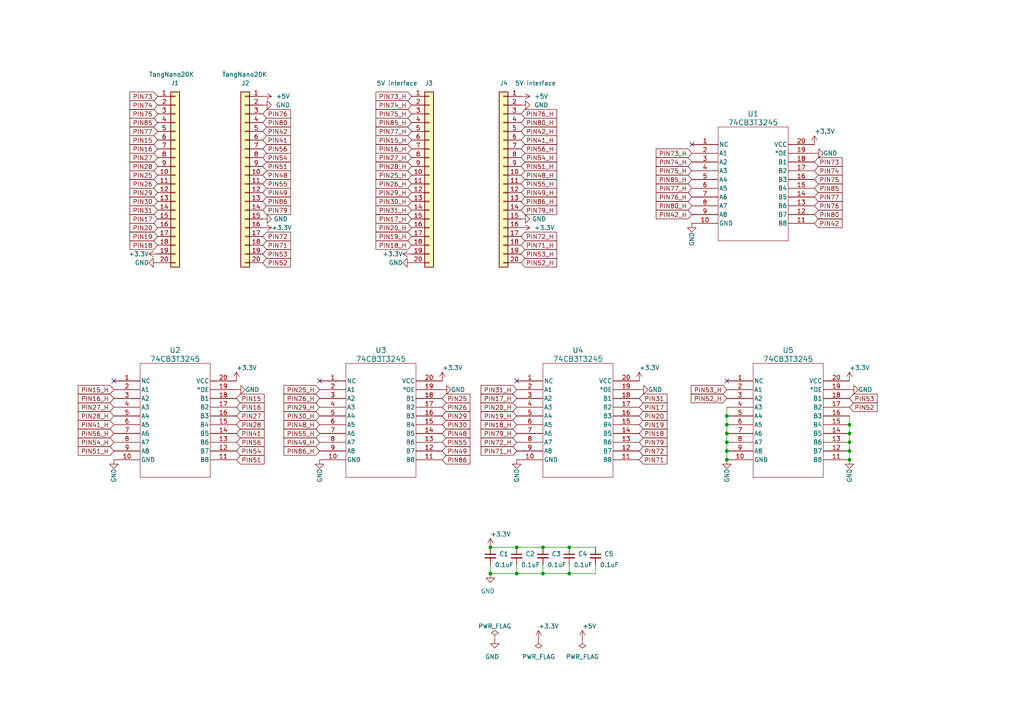
<source format=kicad_sch>
(kicad_sch (version 20230121) (generator eeschema)

  (uuid 950dc676-9e3d-407d-bc99-f86cafc50614)

  (paper "A4")

  (title_block
    (title "5V interface for TangNano 20K")
    (date "2023-06-15")
    (rev "1.1")
    (company "Ryo Mukai")
  )

  (lib_symbols
    (symbol "000_MyLibrary:C_Small" (pin_numbers hide) (pin_names (offset 0.254) hide) (in_bom yes) (on_board yes)
      (property "Reference" "C" (at 0.254 1.778 0)
        (effects (font (size 1.27 1.27)) (justify left))
      )
      (property "Value" "C_Small" (at 0.254 -2.032 0)
        (effects (font (size 1.27 1.27)) (justify left))
      )
      (property "Footprint" "" (at 0 0 0)
        (effects (font (size 1.27 1.27)) hide)
      )
      (property "Datasheet" "~" (at 0 0 0)
        (effects (font (size 1.27 1.27)) hide)
      )
      (property "ki_keywords" "capacitor cap" (at 0 0 0)
        (effects (font (size 1.27 1.27)) hide)
      )
      (property "ki_description" "Unpolarized capacitor, small symbol" (at 0 0 0)
        (effects (font (size 1.27 1.27)) hide)
      )
      (property "ki_fp_filters" "C_*" (at 0 0 0)
        (effects (font (size 1.27 1.27)) hide)
      )
      (symbol "C_Small_0_1"
        (polyline
          (pts
            (xy -1.524 -0.508)
            (xy 1.524 -0.508)
          )
          (stroke (width 0.3302) (type default))
          (fill (type none))
        )
        (polyline
          (pts
            (xy -1.524 0.508)
            (xy 1.524 0.508)
          )
          (stroke (width 0.3048) (type default))
          (fill (type none))
        )
      )
      (symbol "C_Small_1_1"
        (pin passive line (at 0 2.54 270) (length 2.032)
          (name "~" (effects (font (size 1.27 1.27))))
          (number "1" (effects (font (size 1.27 1.27))))
        )
        (pin passive line (at 0 -2.54 90) (length 2.032)
          (name "~" (effects (font (size 1.27 1.27))))
          (number "2" (effects (font (size 1.27 1.27))))
        )
      )
    )
    (symbol "000_MyLibrary:Conn_01x20" (pin_names (offset 1.016) hide) (in_bom yes) (on_board yes)
      (property "Reference" "J" (at 0 25.4 0)
        (effects (font (size 1.27 1.27)))
      )
      (property "Value" "Conn_01x20" (at 0 -27.94 0)
        (effects (font (size 1.27 1.27)))
      )
      (property "Footprint" "" (at 0 0 0)
        (effects (font (size 1.27 1.27)) hide)
      )
      (property "Datasheet" "~" (at 0 0 0)
        (effects (font (size 1.27 1.27)) hide)
      )
      (property "ki_keywords" "connector" (at 0 0 0)
        (effects (font (size 1.27 1.27)) hide)
      )
      (property "ki_description" "Generic connector, single row, 01x20, script generated (kicad-library-utils/schlib/autogen/connector/)" (at 0 0 0)
        (effects (font (size 1.27 1.27)) hide)
      )
      (property "ki_fp_filters" "Connector*:*_1x??_*" (at 0 0 0)
        (effects (font (size 1.27 1.27)) hide)
      )
      (symbol "Conn_01x20_1_1"
        (rectangle (start -1.27 -25.273) (end 0 -25.527)
          (stroke (width 0.1524) (type default))
          (fill (type none))
        )
        (rectangle (start -1.27 -22.733) (end 0 -22.987)
          (stroke (width 0.1524) (type default))
          (fill (type none))
        )
        (rectangle (start -1.27 -20.193) (end 0 -20.447)
          (stroke (width 0.1524) (type default))
          (fill (type none))
        )
        (rectangle (start -1.27 -17.653) (end 0 -17.907)
          (stroke (width 0.1524) (type default))
          (fill (type none))
        )
        (rectangle (start -1.27 -15.113) (end 0 -15.367)
          (stroke (width 0.1524) (type default))
          (fill (type none))
        )
        (rectangle (start -1.27 -12.573) (end 0 -12.827)
          (stroke (width 0.1524) (type default))
          (fill (type none))
        )
        (rectangle (start -1.27 -10.033) (end 0 -10.287)
          (stroke (width 0.1524) (type default))
          (fill (type none))
        )
        (rectangle (start -1.27 -7.493) (end 0 -7.747)
          (stroke (width 0.1524) (type default))
          (fill (type none))
        )
        (rectangle (start -1.27 -4.953) (end 0 -5.207)
          (stroke (width 0.1524) (type default))
          (fill (type none))
        )
        (rectangle (start -1.27 -2.413) (end 0 -2.667)
          (stroke (width 0.1524) (type default))
          (fill (type none))
        )
        (rectangle (start -1.27 0.127) (end 0 -0.127)
          (stroke (width 0.1524) (type default))
          (fill (type none))
        )
        (rectangle (start -1.27 2.667) (end 0 2.413)
          (stroke (width 0.1524) (type default))
          (fill (type none))
        )
        (rectangle (start -1.27 5.207) (end 0 4.953)
          (stroke (width 0.1524) (type default))
          (fill (type none))
        )
        (rectangle (start -1.27 7.747) (end 0 7.493)
          (stroke (width 0.1524) (type default))
          (fill (type none))
        )
        (rectangle (start -1.27 10.287) (end 0 10.033)
          (stroke (width 0.1524) (type default))
          (fill (type none))
        )
        (rectangle (start -1.27 12.827) (end 0 12.573)
          (stroke (width 0.1524) (type default))
          (fill (type none))
        )
        (rectangle (start -1.27 15.367) (end 0 15.113)
          (stroke (width 0.1524) (type default))
          (fill (type none))
        )
        (rectangle (start -1.27 17.907) (end 0 17.653)
          (stroke (width 0.1524) (type default))
          (fill (type none))
        )
        (rectangle (start -1.27 20.447) (end 0 20.193)
          (stroke (width 0.1524) (type default))
          (fill (type none))
        )
        (rectangle (start -1.27 22.987) (end 0 22.733)
          (stroke (width 0.1524) (type default))
          (fill (type none))
        )
        (rectangle (start -1.27 24.13) (end 1.27 -26.67)
          (stroke (width 0.254) (type default))
          (fill (type background))
        )
        (pin passive line (at -5.08 22.86 0) (length 3.81)
          (name "Pin_1" (effects (font (size 1.27 1.27))))
          (number "1" (effects (font (size 1.27 1.27))))
        )
        (pin passive line (at -5.08 0 0) (length 3.81)
          (name "Pin_10" (effects (font (size 1.27 1.27))))
          (number "10" (effects (font (size 1.27 1.27))))
        )
        (pin passive line (at -5.08 -2.54 0) (length 3.81)
          (name "Pin_11" (effects (font (size 1.27 1.27))))
          (number "11" (effects (font (size 1.27 1.27))))
        )
        (pin passive line (at -5.08 -5.08 0) (length 3.81)
          (name "Pin_12" (effects (font (size 1.27 1.27))))
          (number "12" (effects (font (size 1.27 1.27))))
        )
        (pin passive line (at -5.08 -7.62 0) (length 3.81)
          (name "Pin_13" (effects (font (size 1.27 1.27))))
          (number "13" (effects (font (size 1.27 1.27))))
        )
        (pin passive line (at -5.08 -10.16 0) (length 3.81)
          (name "Pin_14" (effects (font (size 1.27 1.27))))
          (number "14" (effects (font (size 1.27 1.27))))
        )
        (pin passive line (at -5.08 -12.7 0) (length 3.81)
          (name "Pin_15" (effects (font (size 1.27 1.27))))
          (number "15" (effects (font (size 1.27 1.27))))
        )
        (pin passive line (at -5.08 -15.24 0) (length 3.81)
          (name "Pin_16" (effects (font (size 1.27 1.27))))
          (number "16" (effects (font (size 1.27 1.27))))
        )
        (pin passive line (at -5.08 -17.78 0) (length 3.81)
          (name "Pin_17" (effects (font (size 1.27 1.27))))
          (number "17" (effects (font (size 1.27 1.27))))
        )
        (pin passive line (at -5.08 -20.32 0) (length 3.81)
          (name "Pin_18" (effects (font (size 1.27 1.27))))
          (number "18" (effects (font (size 1.27 1.27))))
        )
        (pin passive line (at -5.08 -22.86 0) (length 3.81)
          (name "Pin_19" (effects (font (size 1.27 1.27))))
          (number "19" (effects (font (size 1.27 1.27))))
        )
        (pin passive line (at -5.08 20.32 0) (length 3.81)
          (name "Pin_2" (effects (font (size 1.27 1.27))))
          (number "2" (effects (font (size 1.27 1.27))))
        )
        (pin passive line (at -5.08 -25.4 0) (length 3.81)
          (name "Pin_20" (effects (font (size 1.27 1.27))))
          (number "20" (effects (font (size 1.27 1.27))))
        )
        (pin passive line (at -5.08 17.78 0) (length 3.81)
          (name "Pin_3" (effects (font (size 1.27 1.27))))
          (number "3" (effects (font (size 1.27 1.27))))
        )
        (pin passive line (at -5.08 15.24 0) (length 3.81)
          (name "Pin_4" (effects (font (size 1.27 1.27))))
          (number "4" (effects (font (size 1.27 1.27))))
        )
        (pin passive line (at -5.08 12.7 0) (length 3.81)
          (name "Pin_5" (effects (font (size 1.27 1.27))))
          (number "5" (effects (font (size 1.27 1.27))))
        )
        (pin passive line (at -5.08 10.16 0) (length 3.81)
          (name "Pin_6" (effects (font (size 1.27 1.27))))
          (number "6" (effects (font (size 1.27 1.27))))
        )
        (pin passive line (at -5.08 7.62 0) (length 3.81)
          (name "Pin_7" (effects (font (size 1.27 1.27))))
          (number "7" (effects (font (size 1.27 1.27))))
        )
        (pin passive line (at -5.08 5.08 0) (length 3.81)
          (name "Pin_8" (effects (font (size 1.27 1.27))))
          (number "8" (effects (font (size 1.27 1.27))))
        )
        (pin passive line (at -5.08 2.54 0) (length 3.81)
          (name "Pin_9" (effects (font (size 1.27 1.27))))
          (number "9" (effects (font (size 1.27 1.27))))
        )
      )
    )
    (symbol "000_MyLibrary:SN74CB3T3245PW" (pin_names (offset 0.254)) (in_bom yes) (on_board yes)
      (property "Reference" "U" (at -2.54 10.16 0)
        (effects (font (size 1.524 1.524)))
      )
      (property "Value" "SN74CB3T3245PW" (at 7.62 7.62 0)
        (effects (font (size 1.524 1.524)))
      )
      (property "Footprint" "000_MyFootprint:PW20" (at 1.27 2.54 0)
        (effects (font (size 1.27 1.27) italic) hide)
      )
      (property "Datasheet" "SN74CB3T3245PW" (at 0 5.08 0)
        (effects (font (size 1.27 1.27) italic) hide)
      )
      (property "ki_keywords" "SN74CB3T3245DW" (at 0 0 0)
        (effects (font (size 1.27 1.27)) hide)
      )
      (property "ki_fp_filters" "DW20 DW20-M DW20-L" (at 0 0 0)
        (effects (font (size 1.27 1.27)) hide)
      )
      (symbol "SN74CB3T3245PW_0_1"
        (polyline
          (pts
            (xy 7.62 -27.94)
            (xy 27.94 -27.94)
          )
          (stroke (width 0.127) (type default))
          (fill (type none))
        )
        (polyline
          (pts
            (xy 7.62 5.08)
            (xy 7.62 -27.94)
          )
          (stroke (width 0.127) (type default))
          (fill (type none))
        )
        (polyline
          (pts
            (xy 27.94 -27.94)
            (xy 27.94 5.08)
          )
          (stroke (width 0.127) (type default))
          (fill (type none))
        )
        (polyline
          (pts
            (xy 27.94 5.08)
            (xy 7.62 5.08)
          )
          (stroke (width 0.127) (type default))
          (fill (type none))
        )
        (pin unspecified line (at 0 0 0) (length 7.62)
          (name "NC" (effects (font (size 1.27 1.27))))
          (number "1" (effects (font (size 1.27 1.27))))
        )
        (pin power_in line (at 0 -22.86 0) (length 7.62)
          (name "GND" (effects (font (size 1.27 1.27))))
          (number "10" (effects (font (size 1.27 1.27))))
        )
        (pin bidirectional line (at 35.56 -22.86 180) (length 7.62)
          (name "B8" (effects (font (size 1.27 1.27))))
          (number "11" (effects (font (size 1.27 1.27))))
        )
        (pin bidirectional line (at 35.56 -20.32 180) (length 7.62)
          (name "B7" (effects (font (size 1.27 1.27))))
          (number "12" (effects (font (size 1.27 1.27))))
        )
        (pin bidirectional line (at 35.56 -17.78 180) (length 7.62)
          (name "B6" (effects (font (size 1.27 1.27))))
          (number "13" (effects (font (size 1.27 1.27))))
        )
        (pin bidirectional line (at 35.56 -15.24 180) (length 7.62)
          (name "B5" (effects (font (size 1.27 1.27))))
          (number "14" (effects (font (size 1.27 1.27))))
        )
        (pin bidirectional line (at 35.56 -12.7 180) (length 7.62)
          (name "B4" (effects (font (size 1.27 1.27))))
          (number "15" (effects (font (size 1.27 1.27))))
        )
        (pin bidirectional line (at 35.56 -10.16 180) (length 7.62)
          (name "B3" (effects (font (size 1.27 1.27))))
          (number "16" (effects (font (size 1.27 1.27))))
        )
        (pin bidirectional line (at 35.56 -7.62 180) (length 7.62)
          (name "B2" (effects (font (size 1.27 1.27))))
          (number "17" (effects (font (size 1.27 1.27))))
        )
        (pin bidirectional line (at 35.56 -5.08 180) (length 7.62)
          (name "B1" (effects (font (size 1.27 1.27))))
          (number "18" (effects (font (size 1.27 1.27))))
        )
        (pin input line (at 35.56 -2.54 180) (length 7.62)
          (name "*OE" (effects (font (size 1.27 1.27))))
          (number "19" (effects (font (size 1.27 1.27))))
        )
        (pin bidirectional line (at 0 -2.54 0) (length 7.62)
          (name "A1" (effects (font (size 1.27 1.27))))
          (number "2" (effects (font (size 1.27 1.27))))
        )
        (pin power_in line (at 35.56 0 180) (length 7.62)
          (name "VCC" (effects (font (size 1.27 1.27))))
          (number "20" (effects (font (size 1.27 1.27))))
        )
        (pin bidirectional line (at 0 -5.08 0) (length 7.62)
          (name "A2" (effects (font (size 1.27 1.27))))
          (number "3" (effects (font (size 1.27 1.27))))
        )
        (pin bidirectional line (at 0 -7.62 0) (length 7.62)
          (name "A3" (effects (font (size 1.27 1.27))))
          (number "4" (effects (font (size 1.27 1.27))))
        )
        (pin bidirectional line (at 0 -10.16 0) (length 7.62)
          (name "A4" (effects (font (size 1.27 1.27))))
          (number "5" (effects (font (size 1.27 1.27))))
        )
        (pin bidirectional line (at 0 -12.7 0) (length 7.62)
          (name "A5" (effects (font (size 1.27 1.27))))
          (number "6" (effects (font (size 1.27 1.27))))
        )
        (pin bidirectional line (at 0 -15.24 0) (length 7.62)
          (name "A6" (effects (font (size 1.27 1.27))))
          (number "7" (effects (font (size 1.27 1.27))))
        )
        (pin bidirectional line (at 0 -17.78 0) (length 7.62)
          (name "A7" (effects (font (size 1.27 1.27))))
          (number "8" (effects (font (size 1.27 1.27))))
        )
        (pin bidirectional line (at 0 -20.32 0) (length 7.62)
          (name "A8" (effects (font (size 1.27 1.27))))
          (number "9" (effects (font (size 1.27 1.27))))
        )
      )
    )
    (symbol "power:+3.3V" (power) (pin_names (offset 0)) (in_bom yes) (on_board yes)
      (property "Reference" "#PWR" (at 0 -3.81 0)
        (effects (font (size 1.27 1.27)) hide)
      )
      (property "Value" "+3.3V" (at 0 3.556 0)
        (effects (font (size 1.27 1.27)))
      )
      (property "Footprint" "" (at 0 0 0)
        (effects (font (size 1.27 1.27)) hide)
      )
      (property "Datasheet" "" (at 0 0 0)
        (effects (font (size 1.27 1.27)) hide)
      )
      (property "ki_keywords" "global power" (at 0 0 0)
        (effects (font (size 1.27 1.27)) hide)
      )
      (property "ki_description" "Power symbol creates a global label with name \"+3.3V\"" (at 0 0 0)
        (effects (font (size 1.27 1.27)) hide)
      )
      (symbol "+3.3V_0_1"
        (polyline
          (pts
            (xy -0.762 1.27)
            (xy 0 2.54)
          )
          (stroke (width 0) (type default))
          (fill (type none))
        )
        (polyline
          (pts
            (xy 0 0)
            (xy 0 2.54)
          )
          (stroke (width 0) (type default))
          (fill (type none))
        )
        (polyline
          (pts
            (xy 0 2.54)
            (xy 0.762 1.27)
          )
          (stroke (width 0) (type default))
          (fill (type none))
        )
      )
      (symbol "+3.3V_1_1"
        (pin power_in line (at 0 0 90) (length 0) hide
          (name "+3.3V" (effects (font (size 1.27 1.27))))
          (number "1" (effects (font (size 1.27 1.27))))
        )
      )
    )
    (symbol "power:+5V" (power) (pin_names (offset 0)) (in_bom yes) (on_board yes)
      (property "Reference" "#PWR" (at 0 -3.81 0)
        (effects (font (size 1.27 1.27)) hide)
      )
      (property "Value" "+5V" (at 0 3.556 0)
        (effects (font (size 1.27 1.27)))
      )
      (property "Footprint" "" (at 0 0 0)
        (effects (font (size 1.27 1.27)) hide)
      )
      (property "Datasheet" "" (at 0 0 0)
        (effects (font (size 1.27 1.27)) hide)
      )
      (property "ki_keywords" "global power" (at 0 0 0)
        (effects (font (size 1.27 1.27)) hide)
      )
      (property "ki_description" "Power symbol creates a global label with name \"+5V\"" (at 0 0 0)
        (effects (font (size 1.27 1.27)) hide)
      )
      (symbol "+5V_0_1"
        (polyline
          (pts
            (xy -0.762 1.27)
            (xy 0 2.54)
          )
          (stroke (width 0) (type default))
          (fill (type none))
        )
        (polyline
          (pts
            (xy 0 0)
            (xy 0 2.54)
          )
          (stroke (width 0) (type default))
          (fill (type none))
        )
        (polyline
          (pts
            (xy 0 2.54)
            (xy 0.762 1.27)
          )
          (stroke (width 0) (type default))
          (fill (type none))
        )
      )
      (symbol "+5V_1_1"
        (pin power_in line (at 0 0 90) (length 0) hide
          (name "+5V" (effects (font (size 1.27 1.27))))
          (number "1" (effects (font (size 1.27 1.27))))
        )
      )
    )
    (symbol "power:GND" (power) (pin_names (offset 0)) (in_bom yes) (on_board yes)
      (property "Reference" "#PWR" (at 0 -6.35 0)
        (effects (font (size 1.27 1.27)) hide)
      )
      (property "Value" "GND" (at 0 -3.81 0)
        (effects (font (size 1.27 1.27)))
      )
      (property "Footprint" "" (at 0 0 0)
        (effects (font (size 1.27 1.27)) hide)
      )
      (property "Datasheet" "" (at 0 0 0)
        (effects (font (size 1.27 1.27)) hide)
      )
      (property "ki_keywords" "global power" (at 0 0 0)
        (effects (font (size 1.27 1.27)) hide)
      )
      (property "ki_description" "Power symbol creates a global label with name \"GND\" , ground" (at 0 0 0)
        (effects (font (size 1.27 1.27)) hide)
      )
      (symbol "GND_0_1"
        (polyline
          (pts
            (xy 0 0)
            (xy 0 -1.27)
            (xy 1.27 -1.27)
            (xy 0 -2.54)
            (xy -1.27 -1.27)
            (xy 0 -1.27)
          )
          (stroke (width 0) (type default))
          (fill (type none))
        )
      )
      (symbol "GND_1_1"
        (pin power_in line (at 0 0 270) (length 0) hide
          (name "GND" (effects (font (size 1.27 1.27))))
          (number "1" (effects (font (size 1.27 1.27))))
        )
      )
    )
    (symbol "power:PWR_FLAG" (power) (pin_numbers hide) (pin_names (offset 0) hide) (in_bom yes) (on_board yes)
      (property "Reference" "#FLG" (at 0 1.905 0)
        (effects (font (size 1.27 1.27)) hide)
      )
      (property "Value" "PWR_FLAG" (at 0 3.81 0)
        (effects (font (size 1.27 1.27)))
      )
      (property "Footprint" "" (at 0 0 0)
        (effects (font (size 1.27 1.27)) hide)
      )
      (property "Datasheet" "~" (at 0 0 0)
        (effects (font (size 1.27 1.27)) hide)
      )
      (property "ki_keywords" "flag power" (at 0 0 0)
        (effects (font (size 1.27 1.27)) hide)
      )
      (property "ki_description" "Special symbol for telling ERC where power comes from" (at 0 0 0)
        (effects (font (size 1.27 1.27)) hide)
      )
      (symbol "PWR_FLAG_0_0"
        (pin power_out line (at 0 0 90) (length 0)
          (name "pwr" (effects (font (size 1.27 1.27))))
          (number "1" (effects (font (size 1.27 1.27))))
        )
      )
      (symbol "PWR_FLAG_0_1"
        (polyline
          (pts
            (xy 0 0)
            (xy 0 1.27)
            (xy -1.016 1.905)
            (xy 0 2.54)
            (xy 1.016 1.905)
            (xy 0 1.27)
          )
          (stroke (width 0) (type default))
          (fill (type none))
        )
      )
    )
  )

  (junction (at 210.82 130.81) (diameter 0) (color 0 0 0 0)
    (uuid 08287af3-b6dc-4fab-898b-d131931f8f54)
  )
  (junction (at 157.48 166.37) (diameter 0) (color 0 0 0 0)
    (uuid 33da6de9-da48-4c30-9e40-eb62e17b23c9)
  )
  (junction (at 165.1 166.37) (diameter 0) (color 0 0 0 0)
    (uuid 3685c2da-6642-4269-a1ec-b3952d4a2815)
  )
  (junction (at 246.38 128.27) (diameter 0) (color 0 0 0 0)
    (uuid 38e799b4-24c0-4c8e-b28e-55fa4ed5a99e)
  )
  (junction (at 210.82 133.35) (diameter 0) (color 0 0 0 0)
    (uuid 3a5898f2-35e5-4d0a-8ab3-c0b0bc1c02da)
  )
  (junction (at 246.38 130.81) (diameter 0) (color 0 0 0 0)
    (uuid 45f8aae2-df52-4bdf-be5d-28b7fcfa5c6a)
  )
  (junction (at 165.1 158.75) (diameter 0) (color 0 0 0 0)
    (uuid 47d971fd-e1fa-4669-8fc4-540cad055c87)
  )
  (junction (at 210.82 120.65) (diameter 0) (color 0 0 0 0)
    (uuid 51ba37e1-795f-4512-b51b-64923b0eb85e)
  )
  (junction (at 149.86 166.37) (diameter 0) (color 0 0 0 0)
    (uuid 536dcd8e-a3f1-4496-b996-9470346b2202)
  )
  (junction (at 210.82 123.19) (diameter 0) (color 0 0 0 0)
    (uuid 5546d9bc-e5f8-4367-b0af-1f9710235286)
  )
  (junction (at 142.24 158.75) (diameter 0) (color 0 0 0 0)
    (uuid 5e119cfe-16ae-4e8f-88d8-9a4a0197ebda)
  )
  (junction (at 210.82 128.27) (diameter 0) (color 0 0 0 0)
    (uuid 6a8cfe0b-a35a-4cd9-bf6f-46e65933987f)
  )
  (junction (at 246.38 123.19) (diameter 0) (color 0 0 0 0)
    (uuid 6d5c1984-c76c-4f21-9c7d-6f6fbf61a159)
  )
  (junction (at 157.48 158.75) (diameter 0) (color 0 0 0 0)
    (uuid 80574cfd-d9fc-4b7d-9583-5e69cc1cb909)
  )
  (junction (at 142.24 166.37) (diameter 0) (color 0 0 0 0)
    (uuid 8067a5a8-7edb-46b9-923c-6f093a1d5b15)
  )
  (junction (at 246.38 133.35) (diameter 0) (color 0 0 0 0)
    (uuid af529bc4-4d35-41ee-9367-c76522e71b87)
  )
  (junction (at 210.82 125.73) (diameter 0) (color 0 0 0 0)
    (uuid c20e2298-c571-472b-9c55-d63cf22ce91d)
  )
  (junction (at 149.86 158.75) (diameter 0) (color 0 0 0 0)
    (uuid de74086b-7519-471d-a066-39c65ec08f9f)
  )
  (junction (at 246.38 125.73) (diameter 0) (color 0 0 0 0)
    (uuid e4b8fb5f-3571-4316-839b-e09b43fa6d0d)
  )

  (no_connect (at 92.71 110.49) (uuid 4f348372-85e4-4858-8e98-35c48c5a8a3c))
  (no_connect (at 149.86 110.49) (uuid a0178477-88c3-41f7-ae86-c6fcb9d9a511))
  (no_connect (at 200.66 41.91) (uuid c3b885ce-b2b2-4876-895e-97bfe2bf2e94))
  (no_connect (at 210.82 110.49) (uuid d4a6151f-f5f3-4997-a91c-e618f07a075d))
  (no_connect (at 33.02 110.49) (uuid da222dea-3cd7-4d54-af46-70909ec5faad))

  (wire (pts (xy 246.38 125.73) (xy 246.38 128.27))
    (stroke (width 0) (type default))
    (uuid 06e7889b-1c5c-44a6-af3a-23f1c77d6369)
  )
  (wire (pts (xy 157.48 166.37) (xy 157.48 163.83))
    (stroke (width 0) (type default))
    (uuid 141af438-d177-4b0d-ad5d-8cff49765923)
  )
  (wire (pts (xy 210.82 128.27) (xy 210.82 130.81))
    (stroke (width 0) (type default))
    (uuid 1ecfe90d-4ae7-4f74-9b7e-9077a5eb2d4e)
  )
  (wire (pts (xy 149.86 163.83) (xy 149.86 166.37))
    (stroke (width 0) (type default))
    (uuid 26f7e343-6be7-435c-b001-fa1a88eb501e)
  )
  (wire (pts (xy 210.82 123.19) (xy 210.82 125.73))
    (stroke (width 0) (type default))
    (uuid 2dee94de-05d9-4510-bfbb-8d381a1ff270)
  )
  (wire (pts (xy 210.82 125.73) (xy 210.82 128.27))
    (stroke (width 0) (type default))
    (uuid 38502aea-6a9b-4c4c-b129-5fffeaf5b3b2)
  )
  (wire (pts (xy 165.1 158.75) (xy 172.72 158.75))
    (stroke (width 0) (type default))
    (uuid 4e75ae26-56c1-4303-8d7f-9b58e33ffc2a)
  )
  (wire (pts (xy 149.86 166.37) (xy 157.48 166.37))
    (stroke (width 0) (type default))
    (uuid 58264c71-4f55-4d60-a31f-5e24d4540015)
  )
  (wire (pts (xy 210.82 118.11) (xy 210.82 120.65))
    (stroke (width 0) (type default))
    (uuid 5d4ec08e-f3bd-4e04-a736-c7be36d810cc)
  )
  (wire (pts (xy 210.82 130.81) (xy 210.82 133.35))
    (stroke (width 0) (type default))
    (uuid 6372bebc-2ffb-41e3-ae2e-d69b27092dc1)
  )
  (wire (pts (xy 246.38 130.81) (xy 246.38 133.35))
    (stroke (width 0) (type default))
    (uuid 679ac569-ea97-4a6a-8901-c9b23f30b289)
  )
  (wire (pts (xy 246.38 123.19) (xy 246.38 125.73))
    (stroke (width 0) (type default))
    (uuid 8dc3f019-0cac-4538-9029-5118b7e9dc42)
  )
  (wire (pts (xy 142.24 166.37) (xy 149.86 166.37))
    (stroke (width 0) (type default))
    (uuid 8ffa395f-492c-4139-92a2-28850ce652fa)
  )
  (wire (pts (xy 246.38 120.65) (xy 246.38 123.19))
    (stroke (width 0) (type default))
    (uuid a8f24c1c-8300-474c-ba5a-4076ce3a6469)
  )
  (wire (pts (xy 157.48 158.75) (xy 165.1 158.75))
    (stroke (width 0) (type default))
    (uuid b8d76168-6345-47a1-adce-6dafd3f7f11e)
  )
  (wire (pts (xy 157.48 166.37) (xy 165.1 166.37))
    (stroke (width 0) (type default))
    (uuid c7b93c66-fc62-4fb7-abf4-d8ae5cffb36a)
  )
  (wire (pts (xy 246.38 128.27) (xy 246.38 130.81))
    (stroke (width 0) (type default))
    (uuid cffe5a63-6718-4e9a-9672-5e0cfbec1ade)
  )
  (wire (pts (xy 172.72 166.37) (xy 165.1 166.37))
    (stroke (width 0) (type default))
    (uuid d14b67e0-acbb-4cbc-bb5d-85d799b31502)
  )
  (wire (pts (xy 210.82 120.65) (xy 210.82 123.19))
    (stroke (width 0) (type default))
    (uuid db872699-2f5f-4661-82e3-c5e015dbec1e)
  )
  (wire (pts (xy 149.86 158.75) (xy 157.48 158.75))
    (stroke (width 0) (type default))
    (uuid dfc0a071-a3a8-4538-8eea-db3d5a110f1f)
  )
  (wire (pts (xy 142.24 158.75) (xy 149.86 158.75))
    (stroke (width 0) (type default))
    (uuid e0cf9b73-30ad-40d8-8696-7eb429b558f1)
  )
  (wire (pts (xy 165.1 163.83) (xy 165.1 166.37))
    (stroke (width 0) (type default))
    (uuid eba1273b-9bb4-4c02-a6b8-cfec6daa53ce)
  )
  (wire (pts (xy 142.24 163.83) (xy 142.24 166.37))
    (stroke (width 0) (type default))
    (uuid ec9e9e1e-777e-4551-8aef-2852a08f61b3)
  )
  (wire (pts (xy 172.72 163.83) (xy 172.72 166.37))
    (stroke (width 0) (type default))
    (uuid fab5481a-32eb-42fc-b456-d94fb40971fd)
  )

  (global_label "PIN26" (shape input) (at 128.27 118.11 0) (fields_autoplaced)
    (effects (font (size 1.27 1.27)) (justify left))
    (uuid 009d0ff9-6afa-403b-bfae-e625d08a22cc)
    (property "Intersheetrefs" "${INTERSHEET_REFS}" (at 136.8001 118.11 0)
      (effects (font (size 1.27 1.27)) (justify left) hide)
    )
  )
  (global_label "PIN71_H" (shape input) (at 151.13 71.12 0) (fields_autoplaced)
    (effects (font (size 1.27 1.27)) (justify left))
    (uuid 011be541-dd37-4519-b777-c96b70ccec06)
    (property "Intersheetrefs" "${INTERSHEET_REFS}" (at 161.9582 71.12 0)
      (effects (font (size 1.27 1.27)) (justify left) hide)
    )
  )
  (global_label "PIN75_H" (shape input) (at 119.38 33.02 180) (fields_autoplaced)
    (effects (font (size 1.27 1.27)) (justify right))
    (uuid 054d80a0-e699-4de3-b2e1-5c6cf2574d21)
    (property "Intersheetrefs" "${INTERSHEET_REFS}" (at 108.5518 33.02 0)
      (effects (font (size 1.27 1.27)) (justify right) hide)
    )
  )
  (global_label "PIN72" (shape input) (at 185.42 130.81 0) (fields_autoplaced)
    (effects (font (size 1.27 1.27)) (justify left))
    (uuid 05d678c5-6a8d-4a7a-8408-0eed3131a0b5)
    (property "Intersheetrefs" "${INTERSHEET_REFS}" (at 193.9501 130.81 0)
      (effects (font (size 1.27 1.27)) (justify left) hide)
    )
  )
  (global_label "PIN80_H" (shape input) (at 151.13 35.56 0) (fields_autoplaced)
    (effects (font (size 1.27 1.27)) (justify left))
    (uuid 0649bf74-dc3a-4f62-8143-41c7171921c2)
    (property "Intersheetrefs" "${INTERSHEET_REFS}" (at 161.9582 35.56 0)
      (effects (font (size 1.27 1.27)) (justify left) hide)
    )
  )
  (global_label "PIN42" (shape input) (at 76.2 38.1 0) (fields_autoplaced)
    (effects (font (size 1.27 1.27)) (justify left))
    (uuid 06f6ef35-2465-456d-9d74-fa6296f2a2f0)
    (property "Intersheetrefs" "${INTERSHEET_REFS}" (at 84.7301 38.1 0)
      (effects (font (size 1.27 1.27)) (justify left) hide)
    )
  )
  (global_label "PIN53_H" (shape input) (at 151.13 73.66 0) (fields_autoplaced)
    (effects (font (size 1.27 1.27)) (justify left))
    (uuid 078c55b3-f8c0-421d-a3fc-d470059eb6c5)
    (property "Intersheetrefs" "${INTERSHEET_REFS}" (at 161.9582 73.66 0)
      (effects (font (size 1.27 1.27)) (justify left) hide)
    )
  )
  (global_label "PIN74" (shape input) (at 45.72 30.48 180) (fields_autoplaced)
    (effects (font (size 1.27 1.27)) (justify right))
    (uuid 0a455a73-c05a-4f35-a563-f3c3fa0fc682)
    (property "Intersheetrefs" "${INTERSHEET_REFS}" (at 37.1899 30.48 0)
      (effects (font (size 1.27 1.27)) (justify right) hide)
    )
  )
  (global_label "PIN51" (shape input) (at 68.58 133.35 0) (fields_autoplaced)
    (effects (font (size 1.27 1.27)) (justify left))
    (uuid 0ae00728-62fd-45b4-979b-14ac20e94687)
    (property "Intersheetrefs" "${INTERSHEET_REFS}" (at 77.1101 133.35 0)
      (effects (font (size 1.27 1.27)) (justify left) hide)
    )
  )
  (global_label "PIN20_H" (shape input) (at 149.86 118.11 180) (fields_autoplaced)
    (effects (font (size 1.27 1.27)) (justify right))
    (uuid 0c7db6e6-f446-4bc3-81c1-4f4200e493ad)
    (property "Intersheetrefs" "${INTERSHEET_REFS}" (at 139.0318 118.11 0)
      (effects (font (size 1.27 1.27)) (justify right) hide)
    )
  )
  (global_label "PIN52_H" (shape input) (at 151.13 76.2 0) (fields_autoplaced)
    (effects (font (size 1.27 1.27)) (justify left))
    (uuid 0d310e5b-eae6-40f4-b27e-ee56869efb6c)
    (property "Intersheetrefs" "${INTERSHEET_REFS}" (at 161.9582 76.2 0)
      (effects (font (size 1.27 1.27)) (justify left) hide)
    )
  )
  (global_label "PIN72_H" (shape input) (at 149.86 128.27 180) (fields_autoplaced)
    (effects (font (size 1.27 1.27)) (justify right))
    (uuid 0f2ba14c-b169-4bca-9e03-e88b822a5774)
    (property "Intersheetrefs" "${INTERSHEET_REFS}" (at 139.0318 128.27 0)
      (effects (font (size 1.27 1.27)) (justify right) hide)
    )
  )
  (global_label "PIN56_H" (shape input) (at 151.13 43.18 0) (fields_autoplaced)
    (effects (font (size 1.27 1.27)) (justify left))
    (uuid 1238abb9-0690-43b8-9369-fabd6a2b4cd7)
    (property "Intersheetrefs" "${INTERSHEET_REFS}" (at 161.9582 43.18 0)
      (effects (font (size 1.27 1.27)) (justify left) hide)
    )
  )
  (global_label "PIN16" (shape input) (at 68.58 118.11 0) (fields_autoplaced)
    (effects (font (size 1.27 1.27)) (justify left))
    (uuid 15edde4b-f27f-4fd9-a65d-eff7b6bbaa01)
    (property "Intersheetrefs" "${INTERSHEET_REFS}" (at 77.1101 118.11 0)
      (effects (font (size 1.27 1.27)) (justify left) hide)
    )
  )
  (global_label "PIN53" (shape input) (at 246.38 115.57 0) (fields_autoplaced)
    (effects (font (size 1.27 1.27)) (justify left))
    (uuid 18076655-994d-4aa7-8c17-63fab79a0f08)
    (property "Intersheetrefs" "${INTERSHEET_REFS}" (at 254.9101 115.57 0)
      (effects (font (size 1.27 1.27)) (justify left) hide)
    )
  )
  (global_label "PIN80" (shape input) (at 76.2 35.56 0) (fields_autoplaced)
    (effects (font (size 1.27 1.27)) (justify left))
    (uuid 1aa74f7f-dc80-4f83-bb8c-bbdf544f91d5)
    (property "Intersheetrefs" "${INTERSHEET_REFS}" (at 84.7301 35.56 0)
      (effects (font (size 1.27 1.27)) (justify left) hide)
    )
  )
  (global_label "PIN51_H" (shape input) (at 33.02 130.81 180) (fields_autoplaced)
    (effects (font (size 1.27 1.27)) (justify right))
    (uuid 1de4eeb7-727b-4c58-ae83-1dcbc255b65a)
    (property "Intersheetrefs" "${INTERSHEET_REFS}" (at 22.1918 130.81 0)
      (effects (font (size 1.27 1.27)) (justify right) hide)
    )
  )
  (global_label "PIN30_H" (shape input) (at 92.71 120.65 180) (fields_autoplaced)
    (effects (font (size 1.27 1.27)) (justify right))
    (uuid 2211faa3-b30a-4b10-986d-9b5b34157d87)
    (property "Intersheetrefs" "${INTERSHEET_REFS}" (at 81.8818 120.65 0)
      (effects (font (size 1.27 1.27)) (justify right) hide)
    )
  )
  (global_label "PIN19_H" (shape input) (at 119.38 68.58 180) (fields_autoplaced)
    (effects (font (size 1.27 1.27)) (justify right))
    (uuid 26f04f09-e246-42cf-9ce4-8156e1118261)
    (property "Intersheetrefs" "${INTERSHEET_REFS}" (at 108.5518 68.58 0)
      (effects (font (size 1.27 1.27)) (justify right) hide)
    )
  )
  (global_label "PIN52" (shape input) (at 76.2 76.2 0) (fields_autoplaced)
    (effects (font (size 1.27 1.27)) (justify left))
    (uuid 297ac565-0ea6-4284-aa90-eaa930945661)
    (property "Intersheetrefs" "${INTERSHEET_REFS}" (at 84.7301 76.2 0)
      (effects (font (size 1.27 1.27)) (justify left) hide)
    )
  )
  (global_label "PIN76" (shape input) (at 236.22 59.69 0) (fields_autoplaced)
    (effects (font (size 1.27 1.27)) (justify left))
    (uuid 29ac7aee-2730-4030-a201-e24e7f129379)
    (property "Intersheetrefs" "${INTERSHEET_REFS}" (at 244.7501 59.69 0)
      (effects (font (size 1.27 1.27)) (justify left) hide)
    )
  )
  (global_label "PIN54_H" (shape input) (at 151.13 45.72 0) (fields_autoplaced)
    (effects (font (size 1.27 1.27)) (justify left))
    (uuid 2be410c5-4c91-4323-a182-d314ad61fd1a)
    (property "Intersheetrefs" "${INTERSHEET_REFS}" (at 161.9582 45.72 0)
      (effects (font (size 1.27 1.27)) (justify left) hide)
    )
  )
  (global_label "PIN53_H" (shape input) (at 210.82 113.03 180) (fields_autoplaced)
    (effects (font (size 1.27 1.27)) (justify right))
    (uuid 2ca27578-3d74-4a74-96c9-755a30cc40e0)
    (property "Intersheetrefs" "${INTERSHEET_REFS}" (at 199.9918 113.03 0)
      (effects (font (size 1.27 1.27)) (justify right) hide)
    )
  )
  (global_label "PIN48" (shape input) (at 76.2 50.8 0) (fields_autoplaced)
    (effects (font (size 1.27 1.27)) (justify left))
    (uuid 2eb5bbf5-cf42-4cc6-9939-706f24889491)
    (property "Intersheetrefs" "${INTERSHEET_REFS}" (at 84.7301 50.8 0)
      (effects (font (size 1.27 1.27)) (justify left) hide)
    )
  )
  (global_label "PIN56" (shape input) (at 76.2 43.18 0) (fields_autoplaced)
    (effects (font (size 1.27 1.27)) (justify left))
    (uuid 30b94ef4-d5a3-4160-bf9b-6842a3671666)
    (property "Intersheetrefs" "${INTERSHEET_REFS}" (at 84.7301 43.18 0)
      (effects (font (size 1.27 1.27)) (justify left) hide)
    )
  )
  (global_label "PIN29_H" (shape input) (at 92.71 118.11 180) (fields_autoplaced)
    (effects (font (size 1.27 1.27)) (justify right))
    (uuid 31293b75-29fb-4c5f-864c-0913f6fd2940)
    (property "Intersheetrefs" "${INTERSHEET_REFS}" (at 81.8818 118.11 0)
      (effects (font (size 1.27 1.27)) (justify right) hide)
    )
  )
  (global_label "PIN49" (shape input) (at 76.2 55.88 0) (fields_autoplaced)
    (effects (font (size 1.27 1.27)) (justify left))
    (uuid 32135390-2c86-431b-a7b7-248c7c634ae4)
    (property "Intersheetrefs" "${INTERSHEET_REFS}" (at 84.7301 55.88 0)
      (effects (font (size 1.27 1.27)) (justify left) hide)
    )
  )
  (global_label "PIN20" (shape input) (at 45.72 66.04 180) (fields_autoplaced)
    (effects (font (size 1.27 1.27)) (justify right))
    (uuid 332ecccf-61da-4bbc-8f7f-cd9d69316e5f)
    (property "Intersheetrefs" "${INTERSHEET_REFS}" (at 37.1899 66.04 0)
      (effects (font (size 1.27 1.27)) (justify right) hide)
    )
  )
  (global_label "PIN76" (shape input) (at 76.2 33.02 0) (fields_autoplaced)
    (effects (font (size 1.27 1.27)) (justify left))
    (uuid 341981e7-324e-4832-b789-43dece1d8734)
    (property "Intersheetrefs" "${INTERSHEET_REFS}" (at 84.7301 33.02 0)
      (effects (font (size 1.27 1.27)) (justify left) hide)
    )
  )
  (global_label "PIN80_H" (shape input) (at 200.66 59.69 180) (fields_autoplaced)
    (effects (font (size 1.27 1.27)) (justify right))
    (uuid 354a64c1-88b3-4d32-8c0d-ac8a5de03a2c)
    (property "Intersheetrefs" "${INTERSHEET_REFS}" (at 189.8318 59.69 0)
      (effects (font (size 1.27 1.27)) (justify right) hide)
    )
  )
  (global_label "PIN26" (shape input) (at 45.72 53.34 180) (fields_autoplaced)
    (effects (font (size 1.27 1.27)) (justify right))
    (uuid 361b2562-e081-4058-8ab3-ac4e650c66ad)
    (property "Intersheetrefs" "${INTERSHEET_REFS}" (at 37.1899 53.34 0)
      (effects (font (size 1.27 1.27)) (justify right) hide)
    )
  )
  (global_label "PIN17_H" (shape input) (at 149.86 115.57 180) (fields_autoplaced)
    (effects (font (size 1.27 1.27)) (justify right))
    (uuid 370cdf48-7b39-4b66-9314-052495224eb8)
    (property "Intersheetrefs" "${INTERSHEET_REFS}" (at 139.0318 115.57 0)
      (effects (font (size 1.27 1.27)) (justify right) hide)
    )
  )
  (global_label "PIN74_H" (shape input) (at 200.66 46.99 180) (fields_autoplaced)
    (effects (font (size 1.27 1.27)) (justify right))
    (uuid 38da8387-6d1c-4086-b211-e1354dba7e84)
    (property "Intersheetrefs" "${INTERSHEET_REFS}" (at 189.8318 46.99 0)
      (effects (font (size 1.27 1.27)) (justify right) hide)
    )
  )
  (global_label "PIN86" (shape input) (at 76.2 58.42 0) (fields_autoplaced)
    (effects (font (size 1.27 1.27)) (justify left))
    (uuid 3a2a9b88-fcfd-420f-a989-2a735da4300e)
    (property "Intersheetrefs" "${INTERSHEET_REFS}" (at 84.7301 58.42 0)
      (effects (font (size 1.27 1.27)) (justify left) hide)
    )
  )
  (global_label "PIN15" (shape input) (at 68.58 115.57 0) (fields_autoplaced)
    (effects (font (size 1.27 1.27)) (justify left))
    (uuid 3a72d0ae-82ce-4f8e-967a-de4e178609d7)
    (property "Intersheetrefs" "${INTERSHEET_REFS}" (at 77.1101 115.57 0)
      (effects (font (size 1.27 1.27)) (justify left) hide)
    )
  )
  (global_label "PIN74" (shape input) (at 236.22 49.53 0) (fields_autoplaced)
    (effects (font (size 1.27 1.27)) (justify left))
    (uuid 446dbf8b-ec63-4b45-9a8c-9f00861abfbc)
    (property "Intersheetrefs" "${INTERSHEET_REFS}" (at 244.7501 49.53 0)
      (effects (font (size 1.27 1.27)) (justify left) hide)
    )
  )
  (global_label "PIN30_H" (shape input) (at 119.38 58.42 180) (fields_autoplaced)
    (effects (font (size 1.27 1.27)) (justify right))
    (uuid 4960afbd-b299-43d0-b992-59bf08d8d1b4)
    (property "Intersheetrefs" "${INTERSHEET_REFS}" (at 108.5518 58.42 0)
      (effects (font (size 1.27 1.27)) (justify right) hide)
    )
  )
  (global_label "PIN73_H" (shape input) (at 200.66 44.45 180) (fields_autoplaced)
    (effects (font (size 1.27 1.27)) (justify right))
    (uuid 4c109220-91c4-49ed-8ce0-dadabfc91439)
    (property "Intersheetrefs" "${INTERSHEET_REFS}" (at 189.8318 44.45 0)
      (effects (font (size 1.27 1.27)) (justify right) hide)
    )
  )
  (global_label "PIN25" (shape input) (at 45.72 50.8 180) (fields_autoplaced)
    (effects (font (size 1.27 1.27)) (justify right))
    (uuid 4e887f1b-da0a-43c1-9d69-9af1d320dd5a)
    (property "Intersheetrefs" "${INTERSHEET_REFS}" (at 37.1899 50.8 0)
      (effects (font (size 1.27 1.27)) (justify right) hide)
    )
  )
  (global_label "PIN49_H" (shape input) (at 92.71 128.27 180) (fields_autoplaced)
    (effects (font (size 1.27 1.27)) (justify right))
    (uuid 4f1483c6-e2e2-458a-bc4d-768e92aac97b)
    (property "Intersheetrefs" "${INTERSHEET_REFS}" (at 81.8818 128.27 0)
      (effects (font (size 1.27 1.27)) (justify right) hide)
    )
  )
  (global_label "PIN17" (shape input) (at 185.42 118.11 0) (fields_autoplaced)
    (effects (font (size 1.27 1.27)) (justify left))
    (uuid 5127feaa-9df0-4312-bcd3-f1d5eed45d06)
    (property "Intersheetrefs" "${INTERSHEET_REFS}" (at 193.9501 118.11 0)
      (effects (font (size 1.27 1.27)) (justify left) hide)
    )
  )
  (global_label "PIN85" (shape input) (at 236.22 54.61 0) (fields_autoplaced)
    (effects (font (size 1.27 1.27)) (justify left))
    (uuid 53489747-ff67-4ed2-9fda-caecd2b82d20)
    (property "Intersheetrefs" "${INTERSHEET_REFS}" (at 244.7501 54.61 0)
      (effects (font (size 1.27 1.27)) (justify left) hide)
    )
  )
  (global_label "PIN55" (shape input) (at 128.27 128.27 0) (fields_autoplaced)
    (effects (font (size 1.27 1.27)) (justify left))
    (uuid 53ea2bff-ffdd-4c5b-b24f-381e40a46ae9)
    (property "Intersheetrefs" "${INTERSHEET_REFS}" (at 136.8001 128.27 0)
      (effects (font (size 1.27 1.27)) (justify left) hide)
    )
  )
  (global_label "PIN80" (shape input) (at 236.22 62.23 0) (fields_autoplaced)
    (effects (font (size 1.27 1.27)) (justify left))
    (uuid 557bd46a-6664-4bb5-8505-906aee0bedcb)
    (property "Intersheetrefs" "${INTERSHEET_REFS}" (at 244.7501 62.23 0)
      (effects (font (size 1.27 1.27)) (justify left) hide)
    )
  )
  (global_label "PIN74_H" (shape input) (at 119.38 30.48 180) (fields_autoplaced)
    (effects (font (size 1.27 1.27)) (justify right))
    (uuid 55800e49-ab7f-4fcc-8695-dba08137403d)
    (property "Intersheetrefs" "${INTERSHEET_REFS}" (at 108.5518 30.48 0)
      (effects (font (size 1.27 1.27)) (justify right) hide)
    )
  )
  (global_label "PIN85_H" (shape input) (at 200.66 52.07 180) (fields_autoplaced)
    (effects (font (size 1.27 1.27)) (justify right))
    (uuid 5723f724-e765-44aa-b9a3-9d5f2895cf9c)
    (property "Intersheetrefs" "${INTERSHEET_REFS}" (at 189.8318 52.07 0)
      (effects (font (size 1.27 1.27)) (justify right) hide)
    )
  )
  (global_label "PIN19_H" (shape input) (at 149.86 120.65 180) (fields_autoplaced)
    (effects (font (size 1.27 1.27)) (justify right))
    (uuid 579ad2f5-2982-4405-879d-8467ef7e64fe)
    (property "Intersheetrefs" "${INTERSHEET_REFS}" (at 139.0318 120.65 0)
      (effects (font (size 1.27 1.27)) (justify right) hide)
    )
  )
  (global_label "PIN52" (shape input) (at 246.38 118.11 0) (fields_autoplaced)
    (effects (font (size 1.27 1.27)) (justify left))
    (uuid 5a20afd1-9560-4e58-8b1c-48633eb81c07)
    (property "Intersheetrefs" "${INTERSHEET_REFS}" (at 254.9101 118.11 0)
      (effects (font (size 1.27 1.27)) (justify left) hide)
    )
  )
  (global_label "PIN18" (shape input) (at 45.72 71.12 180) (fields_autoplaced)
    (effects (font (size 1.27 1.27)) (justify right))
    (uuid 5a504f1d-8056-41f0-b793-058846112de0)
    (property "Intersheetrefs" "${INTERSHEET_REFS}" (at 37.1899 71.12 0)
      (effects (font (size 1.27 1.27)) (justify right) hide)
    )
  )
  (global_label "PIN56_H" (shape input) (at 33.02 125.73 180) (fields_autoplaced)
    (effects (font (size 1.27 1.27)) (justify right))
    (uuid 5cd368d4-2ce4-49d1-b1c0-cc02b4467de2)
    (property "Intersheetrefs" "${INTERSHEET_REFS}" (at 22.1918 125.73 0)
      (effects (font (size 1.27 1.27)) (justify right) hide)
    )
  )
  (global_label "PIN15_H" (shape input) (at 33.02 113.03 180) (fields_autoplaced)
    (effects (font (size 1.27 1.27)) (justify right))
    (uuid 5f40f2eb-1f2a-439d-8059-5b54836e6cb5)
    (property "Intersheetrefs" "${INTERSHEET_REFS}" (at 22.1918 113.03 0)
      (effects (font (size 1.27 1.27)) (justify right) hide)
    )
  )
  (global_label "PIN72" (shape input) (at 76.2 68.58 0) (fields_autoplaced)
    (effects (font (size 1.27 1.27)) (justify left))
    (uuid 60d6b71f-e686-4a40-a0b4-0ceb32de1be3)
    (property "Intersheetrefs" "${INTERSHEET_REFS}" (at 84.7301 68.58 0)
      (effects (font (size 1.27 1.27)) (justify left) hide)
    )
  )
  (global_label "PIN77" (shape input) (at 45.72 38.1 180) (fields_autoplaced)
    (effects (font (size 1.27 1.27)) (justify right))
    (uuid 60fefb0b-7e86-40bd-a4d2-b6c813e2cb59)
    (property "Intersheetrefs" "${INTERSHEET_REFS}" (at 37.1899 38.1 0)
      (effects (font (size 1.27 1.27)) (justify right) hide)
    )
  )
  (global_label "PIN15" (shape input) (at 45.72 40.64 180) (fields_autoplaced)
    (effects (font (size 1.27 1.27)) (justify right))
    (uuid 62c5efa5-e46a-467b-a8de-2c9c9dcfabb0)
    (property "Intersheetrefs" "${INTERSHEET_REFS}" (at 37.1899 40.64 0)
      (effects (font (size 1.27 1.27)) (justify right) hide)
    )
  )
  (global_label "PIN15_H" (shape input) (at 119.38 40.64 180) (fields_autoplaced)
    (effects (font (size 1.27 1.27)) (justify right))
    (uuid 6665174b-59c5-4c93-907f-22a8bd30ad05)
    (property "Intersheetrefs" "${INTERSHEET_REFS}" (at 108.5518 40.64 0)
      (effects (font (size 1.27 1.27)) (justify right) hide)
    )
  )
  (global_label "PIN25" (shape input) (at 128.27 115.57 0) (fields_autoplaced)
    (effects (font (size 1.27 1.27)) (justify left))
    (uuid 68a78346-d97b-41d8-ac0c-95b09f8906b7)
    (property "Intersheetrefs" "${INTERSHEET_REFS}" (at 136.8001 115.57 0)
      (effects (font (size 1.27 1.27)) (justify left) hide)
    )
  )
  (global_label "PIN75" (shape input) (at 236.22 52.07 0) (fields_autoplaced)
    (effects (font (size 1.27 1.27)) (justify left))
    (uuid 69570c09-e81d-4dab-976a-ca4ebc93050a)
    (property "Intersheetrefs" "${INTERSHEET_REFS}" (at 244.7501 52.07 0)
      (effects (font (size 1.27 1.27)) (justify left) hide)
    )
  )
  (global_label "PIN73" (shape input) (at 236.22 46.99 0) (fields_autoplaced)
    (effects (font (size 1.27 1.27)) (justify left))
    (uuid 69e59989-3689-4957-8671-8ac98fba2e78)
    (property "Intersheetrefs" "${INTERSHEET_REFS}" (at 244.7501 46.99 0)
      (effects (font (size 1.27 1.27)) (justify left) hide)
    )
  )
  (global_label "PIN76_H" (shape input) (at 200.66 57.15 180) (fields_autoplaced)
    (effects (font (size 1.27 1.27)) (justify right))
    (uuid 6a3d01d5-159b-41b7-baf0-26c26ea609ba)
    (property "Intersheetrefs" "${INTERSHEET_REFS}" (at 189.8318 57.15 0)
      (effects (font (size 1.27 1.27)) (justify right) hide)
    )
  )
  (global_label "PIN55" (shape input) (at 76.2 53.34 0) (fields_autoplaced)
    (effects (font (size 1.27 1.27)) (justify left))
    (uuid 6aabc235-30b7-42b6-bbd3-5a7ec6ae2a2a)
    (property "Intersheetrefs" "${INTERSHEET_REFS}" (at 84.7301 53.34 0)
      (effects (font (size 1.27 1.27)) (justify left) hide)
    )
  )
  (global_label "PIN27" (shape input) (at 68.58 120.65 0) (fields_autoplaced)
    (effects (font (size 1.27 1.27)) (justify left))
    (uuid 6ac9d97a-1bb3-4b9c-921d-aab3bfd74cbf)
    (property "Intersheetrefs" "${INTERSHEET_REFS}" (at 77.1101 120.65 0)
      (effects (font (size 1.27 1.27)) (justify left) hide)
    )
  )
  (global_label "PIN30" (shape input) (at 128.27 123.19 0) (fields_autoplaced)
    (effects (font (size 1.27 1.27)) (justify left))
    (uuid 6d80ff5d-0f2e-4f8b-96bc-49bd55b5d0d9)
    (property "Intersheetrefs" "${INTERSHEET_REFS}" (at 136.8001 123.19 0)
      (effects (font (size 1.27 1.27)) (justify left) hide)
    )
  )
  (global_label "PIN20_H" (shape input) (at 119.38 66.04 180) (fields_autoplaced)
    (effects (font (size 1.27 1.27)) (justify right))
    (uuid 6feb1126-3665-41d2-8efa-ac1cfb42ac8a)
    (property "Intersheetrefs" "${INTERSHEET_REFS}" (at 108.5518 66.04 0)
      (effects (font (size 1.27 1.27)) (justify right) hide)
    )
  )
  (global_label "PIN53" (shape input) (at 76.2 73.66 0) (fields_autoplaced)
    (effects (font (size 1.27 1.27)) (justify left))
    (uuid 74f01a6f-9d26-4020-94a3-0aab900cdbde)
    (property "Intersheetrefs" "${INTERSHEET_REFS}" (at 84.7301 73.66 0)
      (effects (font (size 1.27 1.27)) (justify left) hide)
    )
  )
  (global_label "PIN28" (shape input) (at 68.58 123.19 0) (fields_autoplaced)
    (effects (font (size 1.27 1.27)) (justify left))
    (uuid 768a9223-30cc-4fbe-a437-454077c4d901)
    (property "Intersheetrefs" "${INTERSHEET_REFS}" (at 77.1101 123.19 0)
      (effects (font (size 1.27 1.27)) (justify left) hide)
    )
  )
  (global_label "PIN49" (shape input) (at 128.27 130.81 0) (fields_autoplaced)
    (effects (font (size 1.27 1.27)) (justify left))
    (uuid 77031e57-923a-4bbd-a718-42a817aa60de)
    (property "Intersheetrefs" "${INTERSHEET_REFS}" (at 136.8001 130.81 0)
      (effects (font (size 1.27 1.27)) (justify left) hide)
    )
  )
  (global_label "PIN27" (shape input) (at 45.72 45.72 180) (fields_autoplaced)
    (effects (font (size 1.27 1.27)) (justify right))
    (uuid 7ae3ae53-45e6-4202-bd66-bb1da05b0fc2)
    (property "Intersheetrefs" "${INTERSHEET_REFS}" (at 37.1899 45.72 0)
      (effects (font (size 1.27 1.27)) (justify right) hide)
    )
  )
  (global_label "PIN55_H" (shape input) (at 151.13 53.34 0) (fields_autoplaced)
    (effects (font (size 1.27 1.27)) (justify left))
    (uuid 7f4060fd-74dd-4ac5-8ed1-8de86787ef22)
    (property "Intersheetrefs" "${INTERSHEET_REFS}" (at 161.9582 53.34 0)
      (effects (font (size 1.27 1.27)) (justify left) hide)
    )
  )
  (global_label "PIN18" (shape input) (at 185.42 125.73 0) (fields_autoplaced)
    (effects (font (size 1.27 1.27)) (justify left))
    (uuid 7fb32ca4-297d-4a3d-80b5-191f5e2ea9c7)
    (property "Intersheetrefs" "${INTERSHEET_REFS}" (at 193.9501 125.73 0)
      (effects (font (size 1.27 1.27)) (justify left) hide)
    )
  )
  (global_label "PIN18_H" (shape input) (at 119.38 71.12 180) (fields_autoplaced)
    (effects (font (size 1.27 1.27)) (justify right))
    (uuid 83e2f81c-9e3b-450e-a607-f328e139b0ea)
    (property "Intersheetrefs" "${INTERSHEET_REFS}" (at 108.5518 71.12 0)
      (effects (font (size 1.27 1.27)) (justify right) hide)
    )
  )
  (global_label "PIN73_H" (shape input) (at 119.38 27.94 180) (fields_autoplaced)
    (effects (font (size 1.27 1.27)) (justify right))
    (uuid 848f2770-22f7-426f-b45c-747db3f91aea)
    (property "Intersheetrefs" "${INTERSHEET_REFS}" (at 108.5518 27.94 0)
      (effects (font (size 1.27 1.27)) (justify right) hide)
    )
  )
  (global_label "PIN48_H" (shape input) (at 92.71 123.19 180) (fields_autoplaced)
    (effects (font (size 1.27 1.27)) (justify right))
    (uuid 86da2523-6521-4df7-a9bc-f8e1318c81ff)
    (property "Intersheetrefs" "${INTERSHEET_REFS}" (at 81.8818 123.19 0)
      (effects (font (size 1.27 1.27)) (justify right) hide)
    )
  )
  (global_label "PIN26_H" (shape input) (at 119.38 53.34 180) (fields_autoplaced)
    (effects (font (size 1.27 1.27)) (justify right))
    (uuid 88cd051d-a873-4cf4-9f93-c1da2bac407a)
    (property "Intersheetrefs" "${INTERSHEET_REFS}" (at 108.5518 53.34 0)
      (effects (font (size 1.27 1.27)) (justify right) hide)
    )
  )
  (global_label "PIN48" (shape input) (at 128.27 125.73 0) (fields_autoplaced)
    (effects (font (size 1.27 1.27)) (justify left))
    (uuid 892382be-85f3-4e12-b4cd-9259e6f45591)
    (property "Intersheetrefs" "${INTERSHEET_REFS}" (at 136.8001 125.73 0)
      (effects (font (size 1.27 1.27)) (justify left) hide)
    )
  )
  (global_label "PIN52_H" (shape input) (at 210.82 115.57 180) (fields_autoplaced)
    (effects (font (size 1.27 1.27)) (justify right))
    (uuid 8c4ae714-13e0-480c-ab26-cb6e9f9eb6b2)
    (property "Intersheetrefs" "${INTERSHEET_REFS}" (at 199.9918 115.57 0)
      (effects (font (size 1.27 1.27)) (justify right) hide)
    )
  )
  (global_label "PIN49_H" (shape input) (at 151.13 55.88 0) (fields_autoplaced)
    (effects (font (size 1.27 1.27)) (justify left))
    (uuid 90f0b0d6-d0e5-47c4-b18a-c4005db7eda2)
    (property "Intersheetrefs" "${INTERSHEET_REFS}" (at 161.9582 55.88 0)
      (effects (font (size 1.27 1.27)) (justify left) hide)
    )
  )
  (global_label "PIN54" (shape input) (at 76.2 45.72 0) (fields_autoplaced)
    (effects (font (size 1.27 1.27)) (justify left))
    (uuid 910d50fc-98a6-4b07-952b-b7273d114d0a)
    (property "Intersheetrefs" "${INTERSHEET_REFS}" (at 84.7301 45.72 0)
      (effects (font (size 1.27 1.27)) (justify left) hide)
    )
  )
  (global_label "PIN31_H" (shape input) (at 149.86 113.03 180) (fields_autoplaced)
    (effects (font (size 1.27 1.27)) (justify right))
    (uuid 91545485-5372-4d42-a35f-8d2323cd922e)
    (property "Intersheetrefs" "${INTERSHEET_REFS}" (at 139.0318 113.03 0)
      (effects (font (size 1.27 1.27)) (justify right) hide)
    )
  )
  (global_label "PIN16" (shape input) (at 45.72 43.18 180) (fields_autoplaced)
    (effects (font (size 1.27 1.27)) (justify right))
    (uuid 921e80bb-be68-49d5-9535-1a95a6db5474)
    (property "Intersheetrefs" "${INTERSHEET_REFS}" (at 37.1899 43.18 0)
      (effects (font (size 1.27 1.27)) (justify right) hide)
    )
  )
  (global_label "PIN27_H" (shape input) (at 119.38 45.72 180) (fields_autoplaced)
    (effects (font (size 1.27 1.27)) (justify right))
    (uuid 92c674d5-a9c5-45a8-bd0c-6521e6526a8e)
    (property "Intersheetrefs" "${INTERSHEET_REFS}" (at 108.5518 45.72 0)
      (effects (font (size 1.27 1.27)) (justify right) hide)
    )
  )
  (global_label "PIN77_H" (shape input) (at 200.66 54.61 180) (fields_autoplaced)
    (effects (font (size 1.27 1.27)) (justify right))
    (uuid 93809bc5-3cb3-4792-989d-95e4b38c3d57)
    (property "Intersheetrefs" "${INTERSHEET_REFS}" (at 189.8318 54.61 0)
      (effects (font (size 1.27 1.27)) (justify right) hide)
    )
  )
  (global_label "PIN42_H" (shape input) (at 151.13 38.1 0) (fields_autoplaced)
    (effects (font (size 1.27 1.27)) (justify left))
    (uuid 95de68e1-57a0-410e-a878-7c41b0d596ad)
    (property "Intersheetrefs" "${INTERSHEET_REFS}" (at 161.9582 38.1 0)
      (effects (font (size 1.27 1.27)) (justify left) hide)
    )
  )
  (global_label "PIN41_H" (shape input) (at 33.02 123.19 180) (fields_autoplaced)
    (effects (font (size 1.27 1.27)) (justify right))
    (uuid 97feb11d-9f51-4799-aa00-39f3b7a1311c)
    (property "Intersheetrefs" "${INTERSHEET_REFS}" (at 22.1918 123.19 0)
      (effects (font (size 1.27 1.27)) (justify right) hide)
    )
  )
  (global_label "PIN25_H" (shape input) (at 119.38 50.8 180) (fields_autoplaced)
    (effects (font (size 1.27 1.27)) (justify right))
    (uuid 996840e1-867b-47c2-b81d-a0d8601257bc)
    (property "Intersheetrefs" "${INTERSHEET_REFS}" (at 108.5518 50.8 0)
      (effects (font (size 1.27 1.27)) (justify right) hide)
    )
  )
  (global_label "PIN86_H" (shape input) (at 151.13 58.42 0) (fields_autoplaced)
    (effects (font (size 1.27 1.27)) (justify left))
    (uuid 9982ad52-afa8-47b3-84eb-0145f81b2232)
    (property "Intersheetrefs" "${INTERSHEET_REFS}" (at 161.9582 58.42 0)
      (effects (font (size 1.27 1.27)) (justify left) hide)
    )
  )
  (global_label "PIN77_H" (shape input) (at 119.38 38.1 180) (fields_autoplaced)
    (effects (font (size 1.27 1.27)) (justify right))
    (uuid 9b9aa402-0e6b-42f4-8e9c-02d4498cab9c)
    (property "Intersheetrefs" "${INTERSHEET_REFS}" (at 108.5518 38.1 0)
      (effects (font (size 1.27 1.27)) (justify right) hide)
    )
  )
  (global_label "PIN85_H" (shape input) (at 119.38 35.56 180) (fields_autoplaced)
    (effects (font (size 1.27 1.27)) (justify right))
    (uuid 9c197a90-ddb5-4cbf-8216-d668327885ad)
    (property "Intersheetrefs" "${INTERSHEET_REFS}" (at 108.5518 35.56 0)
      (effects (font (size 1.27 1.27)) (justify right) hide)
    )
  )
  (global_label "PIN54" (shape input) (at 68.58 130.81 0) (fields_autoplaced)
    (effects (font (size 1.27 1.27)) (justify left))
    (uuid 9dba42b3-51e2-4d4a-88fd-0b6df8dc2a5d)
    (property "Intersheetrefs" "${INTERSHEET_REFS}" (at 77.1101 130.81 0)
      (effects (font (size 1.27 1.27)) (justify left) hide)
    )
  )
  (global_label "PIN29" (shape input) (at 45.72 55.88 180) (fields_autoplaced)
    (effects (font (size 1.27 1.27)) (justify right))
    (uuid a050faea-0773-45e5-8bc5-7da04ee59141)
    (property "Intersheetrefs" "${INTERSHEET_REFS}" (at 37.1899 55.88 0)
      (effects (font (size 1.27 1.27)) (justify right) hide)
    )
  )
  (global_label "PIN31" (shape input) (at 185.42 115.57 0) (fields_autoplaced)
    (effects (font (size 1.27 1.27)) (justify left))
    (uuid a1f5d469-8a78-4bc9-80fd-0fd664deffbe)
    (property "Intersheetrefs" "${INTERSHEET_REFS}" (at 193.9501 115.57 0)
      (effects (font (size 1.27 1.27)) (justify left) hide)
    )
  )
  (global_label "PIN29" (shape input) (at 128.27 120.65 0) (fields_autoplaced)
    (effects (font (size 1.27 1.27)) (justify left))
    (uuid a31fe8de-5d51-4082-a91d-ce8f2e090d14)
    (property "Intersheetrefs" "${INTERSHEET_REFS}" (at 136.8001 120.65 0)
      (effects (font (size 1.27 1.27)) (justify left) hide)
    )
  )
  (global_label "PIN17_H" (shape input) (at 119.38 63.5 180) (fields_autoplaced)
    (effects (font (size 1.27 1.27)) (justify right))
    (uuid a4b8a8fa-8735-4985-9cf4-509729fd3c38)
    (property "Intersheetrefs" "${INTERSHEET_REFS}" (at 108.5518 63.5 0)
      (effects (font (size 1.27 1.27)) (justify right) hide)
    )
  )
  (global_label "PIN73" (shape input) (at 45.72 27.94 180) (fields_autoplaced)
    (effects (font (size 1.27 1.27)) (justify right))
    (uuid a655ad43-849d-4b6b-9958-3e79816ffae9)
    (property "Intersheetrefs" "${INTERSHEET_REFS}" (at 37.1899 27.94 0)
      (effects (font (size 1.27 1.27)) (justify right) hide)
    )
  )
  (global_label "PIN28_H" (shape input) (at 119.38 48.26 180) (fields_autoplaced)
    (effects (font (size 1.27 1.27)) (justify right))
    (uuid a7c9ea73-352e-476e-9c7b-291a944bbba1)
    (property "Intersheetrefs" "${INTERSHEET_REFS}" (at 108.5518 48.26 0)
      (effects (font (size 1.27 1.27)) (justify right) hide)
    )
  )
  (global_label "PIN54_H" (shape input) (at 33.02 128.27 180) (fields_autoplaced)
    (effects (font (size 1.27 1.27)) (justify right))
    (uuid a826108b-9b7a-470b-b250-6f79115ab7cc)
    (property "Intersheetrefs" "${INTERSHEET_REFS}" (at 22.1918 128.27 0)
      (effects (font (size 1.27 1.27)) (justify right) hide)
    )
  )
  (global_label "PIN79" (shape input) (at 185.42 128.27 0) (fields_autoplaced)
    (effects (font (size 1.27 1.27)) (justify left))
    (uuid ac7fbcda-42a2-4713-b27e-bc1a738e0752)
    (property "Intersheetrefs" "${INTERSHEET_REFS}" (at 193.9501 128.27 0)
      (effects (font (size 1.27 1.27)) (justify left) hide)
    )
  )
  (global_label "PIN56" (shape input) (at 68.58 128.27 0) (fields_autoplaced)
    (effects (font (size 1.27 1.27)) (justify left))
    (uuid ad935d87-bae8-404c-afbf-2a716ea8d9ee)
    (property "Intersheetrefs" "${INTERSHEET_REFS}" (at 77.1101 128.27 0)
      (effects (font (size 1.27 1.27)) (justify left) hide)
    )
  )
  (global_label "PIN27_H" (shape input) (at 33.02 118.11 180) (fields_autoplaced)
    (effects (font (size 1.27 1.27)) (justify right))
    (uuid ade0f360-70c3-4653-a8dc-6148511f41a5)
    (property "Intersheetrefs" "${INTERSHEET_REFS}" (at 22.1918 118.11 0)
      (effects (font (size 1.27 1.27)) (justify right) hide)
    )
  )
  (global_label "PIN79_H" (shape input) (at 149.86 125.73 180) (fields_autoplaced)
    (effects (font (size 1.27 1.27)) (justify right))
    (uuid adf1b24f-8323-4224-9fbb-6ab11da93175)
    (property "Intersheetrefs" "${INTERSHEET_REFS}" (at 139.0318 125.73 0)
      (effects (font (size 1.27 1.27)) (justify right) hide)
    )
  )
  (global_label "PIN29_H" (shape input) (at 119.38 55.88 180) (fields_autoplaced)
    (effects (font (size 1.27 1.27)) (justify right))
    (uuid aeb77214-44ab-402f-8c4c-aa3dc0541988)
    (property "Intersheetrefs" "${INTERSHEET_REFS}" (at 108.5518 55.88 0)
      (effects (font (size 1.27 1.27)) (justify right) hide)
    )
  )
  (global_label "PIN85" (shape input) (at 45.72 35.56 180) (fields_autoplaced)
    (effects (font (size 1.27 1.27)) (justify right))
    (uuid b2ff7614-6703-4bc9-93b2-35c62724d787)
    (property "Intersheetrefs" "${INTERSHEET_REFS}" (at 37.1899 35.56 0)
      (effects (font (size 1.27 1.27)) (justify right) hide)
    )
  )
  (global_label "PIN19" (shape input) (at 45.72 68.58 180) (fields_autoplaced)
    (effects (font (size 1.27 1.27)) (justify right))
    (uuid b3fe1de2-d614-4c16-b6ed-a072ff16d3c4)
    (property "Intersheetrefs" "${INTERSHEET_REFS}" (at 37.1899 68.58 0)
      (effects (font (size 1.27 1.27)) (justify right) hide)
    )
  )
  (global_label "PIN71_H" (shape input) (at 149.86 130.81 180) (fields_autoplaced)
    (effects (font (size 1.27 1.27)) (justify right))
    (uuid b48b40cd-19ee-4a6e-90f9-91e52ca27c0f)
    (property "Intersheetrefs" "${INTERSHEET_REFS}" (at 139.0318 130.81 0)
      (effects (font (size 1.27 1.27)) (justify right) hide)
    )
  )
  (global_label "PIN86" (shape input) (at 128.27 133.35 0) (fields_autoplaced)
    (effects (font (size 1.27 1.27)) (justify left))
    (uuid b5ce1cc8-c3e3-4cd6-8d47-28d7fb6f2041)
    (property "Intersheetrefs" "${INTERSHEET_REFS}" (at 136.8001 133.35 0)
      (effects (font (size 1.27 1.27)) (justify left) hide)
    )
  )
  (global_label "PIN30" (shape input) (at 45.72 58.42 180) (fields_autoplaced)
    (effects (font (size 1.27 1.27)) (justify right))
    (uuid b7cc1397-b8cd-4071-98ab-20017e8c4883)
    (property "Intersheetrefs" "${INTERSHEET_REFS}" (at 37.1899 58.42 0)
      (effects (font (size 1.27 1.27)) (justify right) hide)
    )
  )
  (global_label "PIN71" (shape input) (at 185.42 133.35 0) (fields_autoplaced)
    (effects (font (size 1.27 1.27)) (justify left))
    (uuid b7d5c66c-0ac1-4739-84f8-977de53fcf88)
    (property "Intersheetrefs" "${INTERSHEET_REFS}" (at 193.9501 133.35 0)
      (effects (font (size 1.27 1.27)) (justify left) hide)
    )
  )
  (global_label "PIN76_H" (shape input) (at 151.13 33.02 0) (fields_autoplaced)
    (effects (font (size 1.27 1.27)) (justify left))
    (uuid bcd1f7b7-93e9-4ad7-94cd-842cae86ff51)
    (property "Intersheetrefs" "${INTERSHEET_REFS}" (at 161.9582 33.02 0)
      (effects (font (size 1.27 1.27)) (justify left) hide)
    )
  )
  (global_label "PIN86_H" (shape input) (at 92.71 130.81 180) (fields_autoplaced)
    (effects (font (size 1.27 1.27)) (justify right))
    (uuid bd829b07-151a-46cc-95f8-d0c578e94180)
    (property "Intersheetrefs" "${INTERSHEET_REFS}" (at 81.8818 130.81 0)
      (effects (font (size 1.27 1.27)) (justify right) hide)
    )
  )
  (global_label "PIN41_H" (shape input) (at 151.13 40.64 0) (fields_autoplaced)
    (effects (font (size 1.27 1.27)) (justify left))
    (uuid bfebc647-7061-4113-8a42-f7488a6ea2c4)
    (property "Intersheetrefs" "${INTERSHEET_REFS}" (at 161.9582 40.64 0)
      (effects (font (size 1.27 1.27)) (justify left) hide)
    )
  )
  (global_label "PIN17" (shape input) (at 45.72 63.5 180) (fields_autoplaced)
    (effects (font (size 1.27 1.27)) (justify right))
    (uuid c18c136f-0569-472c-b51b-8f32a0ed9e27)
    (property "Intersheetrefs" "${INTERSHEET_REFS}" (at 37.1899 63.5 0)
      (effects (font (size 1.27 1.27)) (justify right) hide)
    )
  )
  (global_label "PIN79_H" (shape input) (at 151.13 60.96 0) (fields_autoplaced)
    (effects (font (size 1.27 1.27)) (justify left))
    (uuid c4821e22-d8a1-4425-8579-3e3fd2dc22c1)
    (property "Intersheetrefs" "${INTERSHEET_REFS}" (at 161.9582 60.96 0)
      (effects (font (size 1.27 1.27)) (justify left) hide)
    )
  )
  (global_label "PIN79" (shape input) (at 76.2 60.96 0) (fields_autoplaced)
    (effects (font (size 1.27 1.27)) (justify left))
    (uuid c6be1962-2daa-4c09-b9d0-6c961360db64)
    (property "Intersheetrefs" "${INTERSHEET_REFS}" (at 84.7301 60.96 0)
      (effects (font (size 1.27 1.27)) (justify left) hide)
    )
  )
  (global_label "PIN25_H" (shape input) (at 92.71 113.03 180) (fields_autoplaced)
    (effects (font (size 1.27 1.27)) (justify right))
    (uuid c7d76d4e-66c8-4313-bbb4-105f6bc6e715)
    (property "Intersheetrefs" "${INTERSHEET_REFS}" (at 81.8818 113.03 0)
      (effects (font (size 1.27 1.27)) (justify right) hide)
    )
  )
  (global_label "PIN42" (shape input) (at 236.22 64.77 0) (fields_autoplaced)
    (effects (font (size 1.27 1.27)) (justify left))
    (uuid d210fb7d-4c60-448c-a6d3-5d4622a2d029)
    (property "Intersheetrefs" "${INTERSHEET_REFS}" (at 244.7501 64.77 0)
      (effects (font (size 1.27 1.27)) (justify left) hide)
    )
  )
  (global_label "PIN18_H" (shape input) (at 149.86 123.19 180) (fields_autoplaced)
    (effects (font (size 1.27 1.27)) (justify right))
    (uuid d36b02ef-fed4-44fe-b84a-c42dd2c74915)
    (property "Intersheetrefs" "${INTERSHEET_REFS}" (at 139.0318 123.19 0)
      (effects (font (size 1.27 1.27)) (justify right) hide)
    )
  )
  (global_label "PIN31" (shape input) (at 45.72 60.96 180) (fields_autoplaced)
    (effects (font (size 1.27 1.27)) (justify right))
    (uuid d3721faf-d238-4fb8-94ac-14840d3c9cb7)
    (property "Intersheetrefs" "${INTERSHEET_REFS}" (at 37.1899 60.96 0)
      (effects (font (size 1.27 1.27)) (justify right) hide)
    )
  )
  (global_label "PIN77" (shape input) (at 236.22 57.15 0) (fields_autoplaced)
    (effects (font (size 1.27 1.27)) (justify left))
    (uuid d4d61a30-780c-4f79-b597-0dc2d28255ce)
    (property "Intersheetrefs" "${INTERSHEET_REFS}" (at 244.7501 57.15 0)
      (effects (font (size 1.27 1.27)) (justify left) hide)
    )
  )
  (global_label "PIN42_H" (shape input) (at 200.66 62.23 180) (fields_autoplaced)
    (effects (font (size 1.27 1.27)) (justify right))
    (uuid d54043b2-7f91-461f-9b45-4e0718491125)
    (property "Intersheetrefs" "${INTERSHEET_REFS}" (at 189.8318 62.23 0)
      (effects (font (size 1.27 1.27)) (justify right) hide)
    )
  )
  (global_label "PIN16_H" (shape input) (at 33.02 115.57 180) (fields_autoplaced)
    (effects (font (size 1.27 1.27)) (justify right))
    (uuid dc58590c-9b86-4d21-a51c-ae2cb839235f)
    (property "Intersheetrefs" "${INTERSHEET_REFS}" (at 22.1918 115.57 0)
      (effects (font (size 1.27 1.27)) (justify right) hide)
    )
  )
  (global_label "PIN28_H" (shape input) (at 33.02 120.65 180) (fields_autoplaced)
    (effects (font (size 1.27 1.27)) (justify right))
    (uuid de60909d-570f-4ab5-ab47-a5019796bc2c)
    (property "Intersheetrefs" "${INTERSHEET_REFS}" (at 22.1918 120.65 0)
      (effects (font (size 1.27 1.27)) (justify right) hide)
    )
  )
  (global_label "PIN19" (shape input) (at 185.42 123.19 0) (fields_autoplaced)
    (effects (font (size 1.27 1.27)) (justify left))
    (uuid e0ee2f89-1042-417d-a408-c1e1c2f3333d)
    (property "Intersheetrefs" "${INTERSHEET_REFS}" (at 193.9501 123.19 0)
      (effects (font (size 1.27 1.27)) (justify left) hide)
    )
  )
  (global_label "PIN31_H" (shape input) (at 119.38 60.96 180) (fields_autoplaced)
    (effects (font (size 1.27 1.27)) (justify right))
    (uuid e19f96d5-dae8-4722-acf1-0bd46a02e152)
    (property "Intersheetrefs" "${INTERSHEET_REFS}" (at 108.5518 60.96 0)
      (effects (font (size 1.27 1.27)) (justify right) hide)
    )
  )
  (global_label "PIN51" (shape input) (at 76.2 48.26 0) (fields_autoplaced)
    (effects (font (size 1.27 1.27)) (justify left))
    (uuid e715917f-390c-43ff-b598-311a773039c3)
    (property "Intersheetrefs" "${INTERSHEET_REFS}" (at 84.7301 48.26 0)
      (effects (font (size 1.27 1.27)) (justify left) hide)
    )
  )
  (global_label "PIN51_H" (shape input) (at 151.13 48.26 0) (fields_autoplaced)
    (effects (font (size 1.27 1.27)) (justify left))
    (uuid e85e1a7c-41cc-43a6-b6e4-821ab76db504)
    (property "Intersheetrefs" "${INTERSHEET_REFS}" (at 161.9582 48.26 0)
      (effects (font (size 1.27 1.27)) (justify left) hide)
    )
  )
  (global_label "PIN26_H" (shape input) (at 92.71 115.57 180) (fields_autoplaced)
    (effects (font (size 1.27 1.27)) (justify right))
    (uuid ea69ea64-cd33-4ffc-a5ac-289683a548e8)
    (property "Intersheetrefs" "${INTERSHEET_REFS}" (at 81.8818 115.57 0)
      (effects (font (size 1.27 1.27)) (justify right) hide)
    )
  )
  (global_label "PIN20" (shape input) (at 185.42 120.65 0) (fields_autoplaced)
    (effects (font (size 1.27 1.27)) (justify left))
    (uuid ee5afe17-8685-4a54-8399-20f4dd2ffdd7)
    (property "Intersheetrefs" "${INTERSHEET_REFS}" (at 193.9501 120.65 0)
      (effects (font (size 1.27 1.27)) (justify left) hide)
    )
  )
  (global_label "PIN16_H" (shape input) (at 119.38 43.18 180) (fields_autoplaced)
    (effects (font (size 1.27 1.27)) (justify right))
    (uuid f0eb0d81-9406-4777-98ac-ef068f736fea)
    (property "Intersheetrefs" "${INTERSHEET_REFS}" (at 108.5518 43.18 0)
      (effects (font (size 1.27 1.27)) (justify right) hide)
    )
  )
  (global_label "PIN75" (shape input) (at 45.72 33.02 180) (fields_autoplaced)
    (effects (font (size 1.27 1.27)) (justify right))
    (uuid f5ae998a-07a2-49e9-a03a-900144b93695)
    (property "Intersheetrefs" "${INTERSHEET_REFS}" (at 37.1899 33.02 0)
      (effects (font (size 1.27 1.27)) (justify right) hide)
    )
  )
  (global_label "PIN55_H" (shape input) (at 92.71 125.73 180) (fields_autoplaced)
    (effects (font (size 1.27 1.27)) (justify right))
    (uuid f681f1c6-f3ae-4e54-a49d-4c0eef61846f)
    (property "Intersheetrefs" "${INTERSHEET_REFS}" (at 81.8818 125.73 0)
      (effects (font (size 1.27 1.27)) (justify right) hide)
    )
  )
  (global_label "PIN41" (shape input) (at 68.58 125.73 0) (fields_autoplaced)
    (effects (font (size 1.27 1.27)) (justify left))
    (uuid f769a2f4-1b78-4801-be8a-61bfaa844338)
    (property "Intersheetrefs" "${INTERSHEET_REFS}" (at 77.1101 125.73 0)
      (effects (font (size 1.27 1.27)) (justify left) hide)
    )
  )
  (global_label "PIN72_H" (shape input) (at 151.13 68.58 0) (fields_autoplaced)
    (effects (font (size 1.27 1.27)) (justify left))
    (uuid f961a742-f5fc-4d30-9f2b-5fb33333cbce)
    (property "Intersheetrefs" "${INTERSHEET_REFS}" (at 161.9582 68.58 0)
      (effects (font (size 1.27 1.27)) (justify left) hide)
    )
  )
  (global_label "PIN75_H" (shape input) (at 200.66 49.53 180) (fields_autoplaced)
    (effects (font (size 1.27 1.27)) (justify right))
    (uuid fbd543c7-849e-4172-9d07-467bd69dba5b)
    (property "Intersheetrefs" "${INTERSHEET_REFS}" (at 189.8318 49.53 0)
      (effects (font (size 1.27 1.27)) (justify right) hide)
    )
  )
  (global_label "PIN48_H" (shape input) (at 151.13 50.8 0) (fields_autoplaced)
    (effects (font (size 1.27 1.27)) (justify left))
    (uuid fd4a035f-c00b-405f-b9a3-45fb2f1966a0)
    (property "Intersheetrefs" "${INTERSHEET_REFS}" (at 161.9582 50.8 0)
      (effects (font (size 1.27 1.27)) (justify left) hide)
    )
  )
  (global_label "PIN71" (shape input) (at 76.2 71.12 0) (fields_autoplaced)
    (effects (font (size 1.27 1.27)) (justify left))
    (uuid fe2ec445-41c1-4996-b879-c914c4e3ba67)
    (property "Intersheetrefs" "${INTERSHEET_REFS}" (at 84.7301 71.12 0)
      (effects (font (size 1.27 1.27)) (justify left) hide)
    )
  )
  (global_label "PIN28" (shape input) (at 45.72 48.26 180) (fields_autoplaced)
    (effects (font (size 1.27 1.27)) (justify right))
    (uuid fee19235-9ecb-4183-88a6-4ceec1d6bc7e)
    (property "Intersheetrefs" "${INTERSHEET_REFS}" (at 37.1899 48.26 0)
      (effects (font (size 1.27 1.27)) (justify right) hide)
    )
  )
  (global_label "PIN41" (shape input) (at 76.2 40.64 0) (fields_autoplaced)
    (effects (font (size 1.27 1.27)) (justify left))
    (uuid ffedcdaf-b9cc-4627-b367-9eb1287de24a)
    (property "Intersheetrefs" "${INTERSHEET_REFS}" (at 84.7301 40.64 0)
      (effects (font (size 1.27 1.27)) (justify left) hide)
    )
  )

  (symbol (lib_id "000_MyLibrary:Conn_01x20") (at 124.46 50.8 0) (unit 1)
    (in_bom yes) (on_board yes) (dnp no)
    (uuid 023bc995-b9b4-4b05-a981-59cd98389ca0)
    (property "Reference" "J3" (at 123.19 24.13 0)
      (effects (font (size 1.27 1.27)) (justify left))
    )
    (property "Value" "5V interface" (at 109.22 24.13 0)
      (effects (font (size 1.27 1.27)) (justify left))
    )
    (property "Footprint" "000_MyFootprint:PinHeader_1x20_P2.54mm_Vertical" (at 124.46 50.8 0)
      (effects (font (size 1.27 1.27)) hide)
    )
    (property "Datasheet" "~" (at 124.46 50.8 0)
      (effects (font (size 1.27 1.27)) hide)
    )
    (pin "1" (uuid 0ae8c079-3a83-41a0-9ee5-eb5660806cfe))
    (pin "10" (uuid 655748a5-8b6e-490c-adb9-d8a2ba915b55))
    (pin "11" (uuid 5aa19774-2eff-434a-a705-2a86abda1b62))
    (pin "12" (uuid a44d5ea2-c806-4b96-b77e-10a52dc452e1))
    (pin "13" (uuid fdd27b8f-0a19-4a3d-b5a8-601458726a57))
    (pin "14" (uuid affebd59-e5bb-40f4-8be3-71720572c613))
    (pin "15" (uuid 59b09813-3a39-4bcf-9c23-59d2c0882d3e))
    (pin "16" (uuid 061a6ba5-00f5-451c-8b5c-f54ad40fa64d))
    (pin "17" (uuid 623eb058-2c02-414f-98da-0dc5eaa359d7))
    (pin "18" (uuid be79b5f7-15a4-4fef-a8b0-89b10d45d6ba))
    (pin "19" (uuid 47cc34f2-ceda-4d04-befc-cf9b5dc22b65))
    (pin "2" (uuid 38a85b62-26e3-4622-8277-c771a032db62))
    (pin "20" (uuid f6362de4-5d63-46c1-9f75-d89c551aa70d))
    (pin "3" (uuid c8b78c41-734a-411a-ae89-6f33a3a79a55))
    (pin "4" (uuid 5e162978-72bc-4348-8773-b729158d6f44))
    (pin "5" (uuid a15503c7-9b81-424f-9e95-08ffbc1c78c1))
    (pin "6" (uuid cf8d2251-4e9e-447f-996c-b13f3bf9badb))
    (pin "7" (uuid a85d634c-64a2-4f52-a822-a5b7e4132bb6))
    (pin "8" (uuid af392726-0500-47ca-852b-4945c3b91d04))
    (pin "9" (uuid 6ee59fac-caff-4171-94af-49ed3ae17030))
    (instances
      (project "TangNano5V"
        (path "/950dc676-9e3d-407d-bc99-f86cafc50614"
          (reference "J3") (unit 1)
        )
      )
    )
  )

  (symbol (lib_id "power:GND") (at 200.66 64.77 0) (mirror y) (unit 1)
    (in_bom yes) (on_board yes) (dnp no)
    (uuid 02d72b8d-6e5c-48b8-91da-42775692d3e8)
    (property "Reference" "#PWR09" (at 200.66 71.12 0)
      (effects (font (size 1.27 1.27)) hide)
    )
    (property "Value" "GND" (at 200.66 67.31 90)
      (effects (font (size 1.27 1.27)) (justify right))
    )
    (property "Footprint" "" (at 200.66 64.77 0)
      (effects (font (size 1.27 1.27)) hide)
    )
    (property "Datasheet" "" (at 200.66 64.77 0)
      (effects (font (size 1.27 1.27)) hide)
    )
    (pin "1" (uuid 076f0043-c8ee-44ad-8df6-078be31220cf))
    (instances
      (project "TangNano5V"
        (path "/950dc676-9e3d-407d-bc99-f86cafc50614"
          (reference "#PWR09") (unit 1)
        )
      )
    )
  )

  (symbol (lib_id "000_MyLibrary:SN74CB3T3245PW") (at 33.02 110.49 0) (unit 1)
    (in_bom yes) (on_board yes) (dnp no) (fields_autoplaced)
    (uuid 039b4f37-9429-4d07-85c1-f52f357deedb)
    (property "Reference" "U2" (at 50.8 101.6 0)
      (effects (font (size 1.524 1.524)))
    )
    (property "Value" "74CB3T3245" (at 50.8 104.14 0)
      (effects (font (size 1.524 1.524)))
    )
    (property "Footprint" "000_MyFootprint:PW20" (at 34.29 107.95 0)
      (effects (font (size 1.27 1.27) italic) hide)
    )
    (property "Datasheet" "SN74CB3T3245PW" (at 33.02 105.41 0)
      (effects (font (size 1.27 1.27) italic) hide)
    )
    (pin "1" (uuid b5450de7-f46a-4d5b-aadf-9146e4c82161))
    (pin "10" (uuid 532c662c-7182-453a-af47-dc9ed6e80475))
    (pin "11" (uuid e868fd5a-978d-4616-839c-1ed7cac35ff3))
    (pin "12" (uuid 158cb4bf-7654-4a9d-9606-14575601f3ce))
    (pin "13" (uuid f6b2564e-c1fa-4417-ab07-978c82ab0f96))
    (pin "14" (uuid d0fed938-e35b-4215-b490-7535a1faa477))
    (pin "15" (uuid 4b50d0a9-29aa-4ea8-b7d6-e156babf1032))
    (pin "16" (uuid d8683549-982e-4976-b53a-8d6218153d60))
    (pin "17" (uuid 219b1ca0-715d-492e-86ae-2089c5efd832))
    (pin "18" (uuid e9e9bf53-2e52-4221-bc3c-04ed083d6da7))
    (pin "19" (uuid 40087565-6a83-4b5a-a7f2-9e255af11eea))
    (pin "2" (uuid 286b093a-428a-4a5e-8995-1e079d03ce08))
    (pin "20" (uuid 909070d5-531e-4600-a9f5-523d0a66e15e))
    (pin "3" (uuid 01bc0954-ed00-491f-936c-73ee5bc564c5))
    (pin "4" (uuid ee7cfaee-508c-4333-8b06-757c276a0d57))
    (pin "5" (uuid 08b58c50-87d5-4b45-92ad-c04b11e30724))
    (pin "6" (uuid 6cdfccb1-eaaa-45d6-acbd-fcf7eb6a5815))
    (pin "7" (uuid 690a6591-1e64-47e3-adab-6d2f39f3b56f))
    (pin "8" (uuid 17eb57a7-20a3-495b-81eb-67e22716f249))
    (pin "9" (uuid e6fce737-5c0f-43f1-86cf-a82d1af6f14d))
    (instances
      (project "TangNano5V"
        (path "/950dc676-9e3d-407d-bc99-f86cafc50614"
          (reference "U2") (unit 1)
        )
      )
    )
  )

  (symbol (lib_id "000_MyLibrary:C_Small") (at 165.1 161.29 0) (unit 1)
    (in_bom yes) (on_board yes) (dnp no)
    (uuid 063197a7-15c6-429f-b17d-cdf03c8bef68)
    (property "Reference" "C4" (at 167.64 160.6613 0)
      (effects (font (size 1.27 1.27)) (justify left))
    )
    (property "Value" "0.1uF" (at 166.37 163.83 0)
      (effects (font (size 1.27 1.27)) (justify left))
    )
    (property "Footprint" "000_MyFootprint:C_0603_1608Metric_Pad1.08x0.95mm_HandSolder" (at 165.1 161.29 0)
      (effects (font (size 1.27 1.27)) hide)
    )
    (property "Datasheet" "~" (at 165.1 161.29 0)
      (effects (font (size 1.27 1.27)) hide)
    )
    (pin "1" (uuid eb1cb229-d327-4ff2-a193-7c9b6612a621))
    (pin "2" (uuid 754f3980-9df1-4dea-a312-0c092d3a8efd))
    (instances
      (project "TangNano5V"
        (path "/950dc676-9e3d-407d-bc99-f86cafc50614"
          (reference "C4") (unit 1)
        )
      )
    )
  )

  (symbol (lib_id "power:GND") (at 128.27 113.03 90) (mirror x) (unit 1)
    (in_bom yes) (on_board yes) (dnp no)
    (uuid 09bc3bc3-0976-49df-b13d-8a4ffbde8bbd)
    (property "Reference" "#PWR021" (at 134.62 113.03 0)
      (effects (font (size 1.27 1.27)) hide)
    )
    (property "Value" "GND" (at 130.81 113.03 90)
      (effects (font (size 1.27 1.27)) (justify right))
    )
    (property "Footprint" "" (at 128.27 113.03 0)
      (effects (font (size 1.27 1.27)) hide)
    )
    (property "Datasheet" "" (at 128.27 113.03 0)
      (effects (font (size 1.27 1.27)) hide)
    )
    (pin "1" (uuid c806228f-9efb-4816-a80b-bad7fc16029d))
    (instances
      (project "TangNano5V"
        (path "/950dc676-9e3d-407d-bc99-f86cafc50614"
          (reference "#PWR021") (unit 1)
        )
      )
    )
  )

  (symbol (lib_id "000_MyLibrary:C_Small") (at 142.24 161.29 0) (unit 1)
    (in_bom yes) (on_board yes) (dnp no)
    (uuid 0a398116-8c19-4434-bea3-86f76891d47f)
    (property "Reference" "C1" (at 144.78 160.6613 0)
      (effects (font (size 1.27 1.27)) (justify left))
    )
    (property "Value" "0.1uF" (at 143.51 163.83 0)
      (effects (font (size 1.27 1.27)) (justify left))
    )
    (property "Footprint" "000_MyFootprint:C_0603_1608Metric_Pad1.08x0.95mm_HandSolder" (at 142.24 161.29 0)
      (effects (font (size 1.27 1.27)) hide)
    )
    (property "Datasheet" "~" (at 142.24 161.29 0)
      (effects (font (size 1.27 1.27)) hide)
    )
    (pin "1" (uuid 23bbf40b-299e-48c7-95ca-93b4bf786359))
    (pin "2" (uuid 5edf3c86-3c35-4bbc-8aa2-fcf3c5b25145))
    (instances
      (project "TangNano5V"
        (path "/950dc676-9e3d-407d-bc99-f86cafc50614"
          (reference "C1") (unit 1)
        )
      )
    )
  )

  (symbol (lib_id "power:+3.3V") (at 142.24 158.75 0) (unit 1)
    (in_bom yes) (on_board yes) (dnp no)
    (uuid 0edfb9a3-3bf0-44dd-9f29-2bad21addf86)
    (property "Reference" "#PWR029" (at 142.24 162.56 0)
      (effects (font (size 1.27 1.27)) hide)
    )
    (property "Value" "+3.3V" (at 142.24 154.94 0)
      (effects (font (size 1.27 1.27)) (justify left))
    )
    (property "Footprint" "" (at 142.24 158.75 0)
      (effects (font (size 1.27 1.27)) hide)
    )
    (property "Datasheet" "" (at 142.24 158.75 0)
      (effects (font (size 1.27 1.27)) hide)
    )
    (pin "1" (uuid 682ad254-5592-4803-b9c8-be9e013c9c14))
    (instances
      (project "TangNano5V"
        (path "/950dc676-9e3d-407d-bc99-f86cafc50614"
          (reference "#PWR029") (unit 1)
        )
      )
    )
  )

  (symbol (lib_id "power:GND") (at 45.72 76.2 270) (unit 1)
    (in_bom yes) (on_board yes) (dnp no)
    (uuid 13c04655-0450-4a83-92b6-ca99592206b5)
    (property "Reference" "#PWR014" (at 39.37 76.2 0)
      (effects (font (size 1.27 1.27)) hide)
    )
    (property "Value" "GND" (at 43.18 76.2 90)
      (effects (font (size 1.27 1.27)) (justify right))
    )
    (property "Footprint" "" (at 45.72 76.2 0)
      (effects (font (size 1.27 1.27)) hide)
    )
    (property "Datasheet" "" (at 45.72 76.2 0)
      (effects (font (size 1.27 1.27)) hide)
    )
    (pin "1" (uuid d0510591-80f0-4a8d-8e99-5b1a9b437b7f))
    (instances
      (project "TangNano5V"
        (path "/950dc676-9e3d-407d-bc99-f86cafc50614"
          (reference "#PWR014") (unit 1)
        )
      )
    )
  )

  (symbol (lib_id "power:GND") (at 151.13 63.5 90) (unit 1)
    (in_bom yes) (on_board yes) (dnp no)
    (uuid 15de3b66-ef7b-40f0-8caf-f97a15b69e51)
    (property "Reference" "#PWR08" (at 157.48 63.5 0)
      (effects (font (size 1.27 1.27)) hide)
    )
    (property "Value" "GND" (at 154.305 63.5 90)
      (effects (font (size 1.27 1.27)) (justify right))
    )
    (property "Footprint" "" (at 151.13 63.5 0)
      (effects (font (size 1.27 1.27)) hide)
    )
    (property "Datasheet" "" (at 151.13 63.5 0)
      (effects (font (size 1.27 1.27)) hide)
    )
    (pin "1" (uuid 341eb29f-e1cd-403a-b08e-2beab4fd9e7b))
    (instances
      (project "TangNano5V"
        (path "/950dc676-9e3d-407d-bc99-f86cafc50614"
          (reference "#PWR08") (unit 1)
        )
      )
    )
  )

  (symbol (lib_id "power:GND") (at 33.02 133.35 0) (mirror y) (unit 1)
    (in_bom yes) (on_board yes) (dnp no)
    (uuid 2154c9cf-903e-4360-bf49-4bee9c321fe6)
    (property "Reference" "#PWR024" (at 33.02 139.7 0)
      (effects (font (size 1.27 1.27)) hide)
    )
    (property "Value" "GND" (at 33.02 135.89 90)
      (effects (font (size 1.27 1.27)) (justify right))
    )
    (property "Footprint" "" (at 33.02 133.35 0)
      (effects (font (size 1.27 1.27)) hide)
    )
    (property "Datasheet" "" (at 33.02 133.35 0)
      (effects (font (size 1.27 1.27)) hide)
    )
    (pin "1" (uuid 959a7ddb-2abb-4d84-846c-7b02b13d919e))
    (instances
      (project "TangNano5V"
        (path "/950dc676-9e3d-407d-bc99-f86cafc50614"
          (reference "#PWR024") (unit 1)
        )
      )
    )
  )

  (symbol (lib_id "power:GND") (at 151.13 30.48 90) (unit 1)
    (in_bom yes) (on_board yes) (dnp no)
    (uuid 26378c99-de2f-457f-a08e-7c73d95e105e)
    (property "Reference" "#PWR04" (at 157.48 30.48 0)
      (effects (font (size 1.27 1.27)) hide)
    )
    (property "Value" "GND" (at 154.94 30.48 90)
      (effects (font (size 1.27 1.27)) (justify right))
    )
    (property "Footprint" "" (at 151.13 30.48 0)
      (effects (font (size 1.27 1.27)) hide)
    )
    (property "Datasheet" "" (at 151.13 30.48 0)
      (effects (font (size 1.27 1.27)) hide)
    )
    (pin "1" (uuid cba57960-5507-42e3-a894-6569cd563115))
    (instances
      (project "TangNano5V"
        (path "/950dc676-9e3d-407d-bc99-f86cafc50614"
          (reference "#PWR04") (unit 1)
        )
      )
    )
  )

  (symbol (lib_id "power:+5V") (at 168.91 185.42 0) (unit 1)
    (in_bom yes) (on_board yes) (dnp no)
    (uuid 284c4a9a-faff-41d6-85b5-c34f4af90b2f)
    (property "Reference" "#PWR033" (at 168.91 189.23 0)
      (effects (font (size 1.27 1.27)) hide)
    )
    (property "Value" "+5V" (at 168.91 181.61 0)
      (effects (font (size 1.27 1.27)) (justify left))
    )
    (property "Footprint" "" (at 168.91 185.42 0)
      (effects (font (size 1.27 1.27)) hide)
    )
    (property "Datasheet" "" (at 168.91 185.42 0)
      (effects (font (size 1.27 1.27)) hide)
    )
    (pin "1" (uuid 4f0ec958-2f90-4ec4-a3f4-461c976d04ce))
    (instances
      (project "TangNano5V"
        (path "/950dc676-9e3d-407d-bc99-f86cafc50614"
          (reference "#PWR033") (unit 1)
        )
      )
    )
  )

  (symbol (lib_id "power:GND") (at 92.71 133.35 0) (mirror y) (unit 1)
    (in_bom yes) (on_board yes) (dnp no)
    (uuid 35458b2e-26cc-4a62-ad74-0099df7d1ee3)
    (property "Reference" "#PWR025" (at 92.71 139.7 0)
      (effects (font (size 1.27 1.27)) hide)
    )
    (property "Value" "GND" (at 92.71 135.89 90)
      (effects (font (size 1.27 1.27)) (justify right))
    )
    (property "Footprint" "" (at 92.71 133.35 0)
      (effects (font (size 1.27 1.27)) hide)
    )
    (property "Datasheet" "" (at 92.71 133.35 0)
      (effects (font (size 1.27 1.27)) hide)
    )
    (pin "1" (uuid e7fe1bae-8d44-4941-8930-4b59fbd7c3e5))
    (instances
      (project "TangNano5V"
        (path "/950dc676-9e3d-407d-bc99-f86cafc50614"
          (reference "#PWR025") (unit 1)
        )
      )
    )
  )

  (symbol (lib_id "power:+3.3V") (at 45.72 73.66 90) (unit 1)
    (in_bom yes) (on_board yes) (dnp no)
    (uuid 3ae362a9-a6e9-4388-84ae-c9e969c8ac95)
    (property "Reference" "#PWR012" (at 49.53 73.66 0)
      (effects (font (size 1.27 1.27)) hide)
    )
    (property "Value" "+3.3V" (at 43.18 73.66 90)
      (effects (font (size 1.27 1.27)) (justify left))
    )
    (property "Footprint" "" (at 45.72 73.66 0)
      (effects (font (size 1.27 1.27)) hide)
    )
    (property "Datasheet" "" (at 45.72 73.66 0)
      (effects (font (size 1.27 1.27)) hide)
    )
    (pin "1" (uuid 183a9636-facd-4f8f-8429-cad27d2e8bf5))
    (instances
      (project "TangNano5V"
        (path "/950dc676-9e3d-407d-bc99-f86cafc50614"
          (reference "#PWR012") (unit 1)
        )
      )
    )
  )

  (symbol (lib_id "power:GND") (at 68.58 113.03 90) (mirror x) (unit 1)
    (in_bom yes) (on_board yes) (dnp no)
    (uuid 3d075498-0810-4a64-a736-1fe78af666c4)
    (property "Reference" "#PWR020" (at 74.93 113.03 0)
      (effects (font (size 1.27 1.27)) hide)
    )
    (property "Value" "GND" (at 71.12 113.03 90)
      (effects (font (size 1.27 1.27)) (justify right))
    )
    (property "Footprint" "" (at 68.58 113.03 0)
      (effects (font (size 1.27 1.27)) hide)
    )
    (property "Datasheet" "" (at 68.58 113.03 0)
      (effects (font (size 1.27 1.27)) hide)
    )
    (pin "1" (uuid defc3d95-bcde-4f7f-95a0-a0fab334bb23))
    (instances
      (project "TangNano5V"
        (path "/950dc676-9e3d-407d-bc99-f86cafc50614"
          (reference "#PWR020") (unit 1)
        )
      )
    )
  )

  (symbol (lib_id "power:GND") (at 210.82 133.35 0) (mirror y) (unit 1)
    (in_bom yes) (on_board yes) (dnp no)
    (uuid 3ebde896-3f8e-4ffb-ae23-1b197a5fde10)
    (property "Reference" "#PWR027" (at 210.82 139.7 0)
      (effects (font (size 1.27 1.27)) hide)
    )
    (property "Value" "GND" (at 210.82 135.89 90)
      (effects (font (size 1.27 1.27)) (justify right))
    )
    (property "Footprint" "" (at 210.82 133.35 0)
      (effects (font (size 1.27 1.27)) hide)
    )
    (property "Datasheet" "" (at 210.82 133.35 0)
      (effects (font (size 1.27 1.27)) hide)
    )
    (pin "1" (uuid b270b898-ae71-4fc8-8753-14792083e8cc))
    (instances
      (project "TangNano5V"
        (path "/950dc676-9e3d-407d-bc99-f86cafc50614"
          (reference "#PWR027") (unit 1)
        )
      )
    )
  )

  (symbol (lib_id "power:GND") (at 76.2 30.48 90) (unit 1)
    (in_bom yes) (on_board yes) (dnp no)
    (uuid 411bb373-138b-45d6-b6bf-69a54a7e4e03)
    (property "Reference" "#PWR03" (at 82.55 30.48 0)
      (effects (font (size 1.27 1.27)) hide)
    )
    (property "Value" "GND" (at 80.01 30.48 90)
      (effects (font (size 1.27 1.27)) (justify right))
    )
    (property "Footprint" "" (at 76.2 30.48 0)
      (effects (font (size 1.27 1.27)) hide)
    )
    (property "Datasheet" "" (at 76.2 30.48 0)
      (effects (font (size 1.27 1.27)) hide)
    )
    (pin "1" (uuid 8d301994-9ced-4c83-8d17-f50024e4b09b))
    (instances
      (project "TangNano5V"
        (path "/950dc676-9e3d-407d-bc99-f86cafc50614"
          (reference "#PWR03") (unit 1)
        )
      )
    )
  )

  (symbol (lib_id "000_MyLibrary:Conn_01x20") (at 50.8 50.8 0) (unit 1)
    (in_bom yes) (on_board yes) (dnp no)
    (uuid 51c92499-93d0-44d9-9fb3-05277fdfa30d)
    (property "Reference" "J1" (at 49.53 24.13 0)
      (effects (font (size 1.27 1.27)) (justify left))
    )
    (property "Value" "TangNano20K" (at 43.18 21.59 0)
      (effects (font (size 1.27 1.27)) (justify left))
    )
    (property "Footprint" "000_MyFootprint:PinSocket_1x20_P2.54mm_Vertical" (at 50.8 50.8 0)
      (effects (font (size 1.27 1.27)) hide)
    )
    (property "Datasheet" "~" (at 50.8 50.8 0)
      (effects (font (size 1.27 1.27)) hide)
    )
    (pin "1" (uuid d3761598-eb02-488a-acdc-b9594f627a57))
    (pin "10" (uuid 47e96b3f-6c79-40ad-af5e-a41e30e48783))
    (pin "11" (uuid 59e31143-03e8-459a-b6ad-b4f9f8a0d6c9))
    (pin "12" (uuid 58e50d0e-2959-4d31-b613-c8c27d13a93a))
    (pin "13" (uuid 18dd672d-b91c-4e00-85ee-210066623d5e))
    (pin "14" (uuid 0a0d6bbb-1a2e-40e3-aaff-a7ae288f6f96))
    (pin "15" (uuid 44b443b9-0fe7-4571-b4aa-d8d95aac21dc))
    (pin "16" (uuid 73a52ded-8b6b-4d27-8f94-bd632eb79982))
    (pin "17" (uuid b6673edc-bbee-4cf7-8096-dbe6316e279a))
    (pin "18" (uuid f9998372-803e-451b-bfc1-402b8b3ba786))
    (pin "19" (uuid 406c996b-2d6d-477f-a96a-7492d288515b))
    (pin "2" (uuid d414b139-b153-44ad-b23e-9a7bc624a534))
    (pin "20" (uuid c67e3ee6-0b27-47ec-97ba-c3c739702eac))
    (pin "3" (uuid ff39691f-77dc-4e2b-ac64-e3fa71d4a779))
    (pin "4" (uuid da9e3ef2-3d63-4189-91b4-f5a7bff434f1))
    (pin "5" (uuid 6dc32fb1-1717-4a6d-9fc1-56e565593123))
    (pin "6" (uuid 55935edb-b44b-420c-b2b4-6f08ef382063))
    (pin "7" (uuid a52913f0-f0e0-4f0a-a19f-b133ce6cf93e))
    (pin "8" (uuid 64f85bd1-bcbd-4c02-bd65-3dd26e760a85))
    (pin "9" (uuid b42f449e-334d-4329-9ec7-7fdee84e5f39))
    (instances
      (project "TangNano5V"
        (path "/950dc676-9e3d-407d-bc99-f86cafc50614"
          (reference "J1") (unit 1)
        )
      )
    )
  )

  (symbol (lib_id "power:PWR_FLAG") (at 168.91 185.42 180) (unit 1)
    (in_bom yes) (on_board yes) (dnp no) (fields_autoplaced)
    (uuid 52fac2dd-9092-42b5-9d1a-cc02b9a3f99a)
    (property "Reference" "#FLG03" (at 168.91 187.325 0)
      (effects (font (size 1.27 1.27)) hide)
    )
    (property "Value" "PWR_FLAG" (at 168.91 190.5 0)
      (effects (font (size 1.27 1.27)))
    )
    (property "Footprint" "" (at 168.91 185.42 0)
      (effects (font (size 1.27 1.27)) hide)
    )
    (property "Datasheet" "~" (at 168.91 185.42 0)
      (effects (font (size 1.27 1.27)) hide)
    )
    (pin "1" (uuid 396b60ea-c016-4bd9-8c86-c0e7b5b997a7))
    (instances
      (project "TangNano5V"
        (path "/950dc676-9e3d-407d-bc99-f86cafc50614"
          (reference "#FLG03") (unit 1)
        )
      )
    )
  )

  (symbol (lib_id "000_MyLibrary:Conn_01x20") (at 71.12 50.8 0) (mirror y) (unit 1)
    (in_bom yes) (on_board yes) (dnp no)
    (uuid 540c6daf-bbce-481e-a62c-44cb68932481)
    (property "Reference" "J2" (at 72.39 24.13 0)
      (effects (font (size 1.27 1.27)) (justify left))
    )
    (property "Value" "TangNano20K" (at 77.47 21.59 0)
      (effects (font (size 1.27 1.27)) (justify left))
    )
    (property "Footprint" "000_MyFootprint:PinSocket_1x20_P2.54mm_Vertical" (at 71.12 50.8 0)
      (effects (font (size 1.27 1.27)) hide)
    )
    (property "Datasheet" "~" (at 71.12 50.8 0)
      (effects (font (size 1.27 1.27)) hide)
    )
    (pin "1" (uuid ea41ad0e-2fd2-4482-88c2-1a75f138d9cf))
    (pin "10" (uuid dbbaef6f-178b-4fe5-bf2e-e877bbcf201c))
    (pin "11" (uuid 84e72a75-0962-4f28-ab40-3ddaa44157cd))
    (pin "12" (uuid 4d6dd8b4-6c4b-446a-a3e2-ddd5519f73df))
    (pin "13" (uuid 7b56af40-bf51-4392-943c-83af64ce6758))
    (pin "14" (uuid 8368948d-c375-4ca9-9be2-b4b3201f1bb5))
    (pin "15" (uuid 0adf91a3-6381-4ddb-a4b5-b2ebe60f5485))
    (pin "16" (uuid 8b3079fd-8f26-47ca-beb0-8e7c09749091))
    (pin "17" (uuid 9fee19af-cd00-411e-83da-56f72e416fe1))
    (pin "18" (uuid 0217b977-a630-44dc-8020-a93975a3a868))
    (pin "19" (uuid c30b79ca-181a-4ca8-8aef-97f66c49d131))
    (pin "2" (uuid f1548a58-ed2e-473a-97ec-2ea497fc31b4))
    (pin "20" (uuid 58535bce-53d6-4bd9-b090-27254f89cc83))
    (pin "3" (uuid a6bb6d66-7a09-4034-b39d-b90327e8e4cd))
    (pin "4" (uuid 671cd52c-1239-4e57-9298-af02af332286))
    (pin "5" (uuid 73f00100-935f-4e78-a7da-36f6ac02cb07))
    (pin "6" (uuid 2239ef8c-200b-480d-9315-94fd5474b7a5))
    (pin "7" (uuid 102b36de-4ff0-4277-80e7-5e825161b49b))
    (pin "8" (uuid 6117e6c8-38fa-45f7-8d09-7a7d7255b091))
    (pin "9" (uuid 76cd5b85-f6ce-40e8-95d4-af96be467b54))
    (instances
      (project "TangNano5V"
        (path "/950dc676-9e3d-407d-bc99-f86cafc50614"
          (reference "J2") (unit 1)
        )
      )
    )
  )

  (symbol (lib_id "000_MyLibrary:C_Small") (at 157.48 161.29 0) (unit 1)
    (in_bom yes) (on_board yes) (dnp no)
    (uuid 5de19d2a-5bea-46a7-a16a-4e2f281a5a77)
    (property "Reference" "C3" (at 160.02 160.6613 0)
      (effects (font (size 1.27 1.27)) (justify left))
    )
    (property "Value" "0.1uF" (at 158.75 163.83 0)
      (effects (font (size 1.27 1.27)) (justify left))
    )
    (property "Footprint" "000_MyFootprint:C_0603_1608Metric_Pad1.08x0.95mm_HandSolder" (at 157.48 161.29 0)
      (effects (font (size 1.27 1.27)) hide)
    )
    (property "Datasheet" "~" (at 157.48 161.29 0)
      (effects (font (size 1.27 1.27)) hide)
    )
    (pin "1" (uuid 29ad323b-67d7-4945-9e81-b2068deef0ae))
    (pin "2" (uuid 72924b51-4fe6-42ef-82b5-9cd7ec263e55))
    (instances
      (project "TangNano5V"
        (path "/950dc676-9e3d-407d-bc99-f86cafc50614"
          (reference "C3") (unit 1)
        )
      )
    )
  )

  (symbol (lib_id "power:GND") (at 185.42 113.03 90) (mirror x) (unit 1)
    (in_bom yes) (on_board yes) (dnp no)
    (uuid 62d0d25e-590b-48e9-8686-3bbcd4d0f62f)
    (property "Reference" "#PWR022" (at 191.77 113.03 0)
      (effects (font (size 1.27 1.27)) hide)
    )
    (property "Value" "GND" (at 187.96 113.03 90)
      (effects (font (size 1.27 1.27)) (justify right))
    )
    (property "Footprint" "" (at 185.42 113.03 0)
      (effects (font (size 1.27 1.27)) hide)
    )
    (property "Datasheet" "" (at 185.42 113.03 0)
      (effects (font (size 1.27 1.27)) hide)
    )
    (pin "1" (uuid 45eb7162-88fb-443c-9fb5-a1fa0aae2a55))
    (instances
      (project "TangNano5V"
        (path "/950dc676-9e3d-407d-bc99-f86cafc50614"
          (reference "#PWR022") (unit 1)
        )
      )
    )
  )

  (symbol (lib_id "000_MyLibrary:Conn_01x20") (at 146.05 50.8 0) (mirror y) (unit 1)
    (in_bom yes) (on_board yes) (dnp no)
    (uuid 65230835-a2e3-4bf7-b013-af165e0e08e4)
    (property "Reference" "J4" (at 147.32 24.13 0)
      (effects (font (size 1.27 1.27)) (justify left))
    )
    (property "Value" "5V interface" (at 161.29 24.13 0)
      (effects (font (size 1.27 1.27)) (justify left))
    )
    (property "Footprint" "000_MyFootprint:PinHeader_1x20_P2.54mm_Vertical" (at 146.05 50.8 0)
      (effects (font (size 1.27 1.27)) hide)
    )
    (property "Datasheet" "~" (at 146.05 50.8 0)
      (effects (font (size 1.27 1.27)) hide)
    )
    (pin "1" (uuid eee3fc23-4876-4817-bf45-69a261bf28c4))
    (pin "10" (uuid 84a42438-e115-4712-9f97-ea5350f40152))
    (pin "11" (uuid 3e0f7236-fa66-4980-a97f-7c2037dc5364))
    (pin "12" (uuid 746f2a99-4682-454e-8b6e-0ff8459effb8))
    (pin "13" (uuid b89564a6-6ae3-414c-9b90-aa3591f72987))
    (pin "14" (uuid b1e677c4-4d2c-4e31-920e-5893ae29ea52))
    (pin "15" (uuid c6cf3503-a7bb-414b-90e8-4ce4d9bff800))
    (pin "16" (uuid 8b118408-be08-42fd-b6ed-3e4d586dee1b))
    (pin "17" (uuid f25187c0-a01b-430a-82b8-c84f330d99de))
    (pin "18" (uuid 4c4d5c5d-9179-4069-9147-642e8ab7634a))
    (pin "19" (uuid aafd86a9-26ea-433d-880d-db93a8521000))
    (pin "2" (uuid 716746c0-6c95-4203-a7c3-fcb5aa241a8a))
    (pin "20" (uuid 2bc98595-45e7-4fb6-9631-90a140912be6))
    (pin "3" (uuid 851f85e9-dce1-470f-9a6d-5a71c9d104ad))
    (pin "4" (uuid cfe9b26b-d272-4234-9a16-22d3f4ab20f6))
    (pin "5" (uuid 067fe317-876b-47cf-9a0e-73115ca150fb))
    (pin "6" (uuid 2ec22d85-d662-40b6-a1eb-804d2534164c))
    (pin "7" (uuid dec1e0ca-269d-46e3-bce6-f8aec607f263))
    (pin "8" (uuid 08208cad-1a74-41e2-891e-9f9afc3bcecd))
    (pin "9" (uuid 1973eefb-690a-421a-a835-ee81cd410576))
    (instances
      (project "TangNano5V"
        (path "/950dc676-9e3d-407d-bc99-f86cafc50614"
          (reference "J4") (unit 1)
        )
      )
    )
  )

  (symbol (lib_id "000_MyLibrary:C_Small") (at 149.86 161.29 0) (unit 1)
    (in_bom yes) (on_board yes) (dnp no)
    (uuid 66368981-b93c-4ae7-8d9e-963667c79468)
    (property "Reference" "C2" (at 152.4 160.6613 0)
      (effects (font (size 1.27 1.27)) (justify left))
    )
    (property "Value" "0.1uF" (at 151.13 163.83 0)
      (effects (font (size 1.27 1.27)) (justify left))
    )
    (property "Footprint" "000_MyFootprint:C_0603_1608Metric_Pad1.08x0.95mm_HandSolder" (at 149.86 161.29 0)
      (effects (font (size 1.27 1.27)) hide)
    )
    (property "Datasheet" "~" (at 149.86 161.29 0)
      (effects (font (size 1.27 1.27)) hide)
    )
    (pin "1" (uuid a54b5f3b-7935-495d-890c-48027481ef11))
    (pin "2" (uuid e2192504-bf37-4eec-85ce-02c4e9240532))
    (instances
      (project "TangNano5V"
        (path "/950dc676-9e3d-407d-bc99-f86cafc50614"
          (reference "C2") (unit 1)
        )
      )
    )
  )

  (symbol (lib_id "power:GND") (at 246.38 113.03 90) (mirror x) (unit 1)
    (in_bom yes) (on_board yes) (dnp no)
    (uuid 6a8b7173-d9ce-41c0-8a17-28a5ef95f5a6)
    (property "Reference" "#PWR023" (at 252.73 113.03 0)
      (effects (font (size 1.27 1.27)) hide)
    )
    (property "Value" "GND" (at 248.92 113.03 90)
      (effects (font (size 1.27 1.27)) (justify right))
    )
    (property "Footprint" "" (at 246.38 113.03 0)
      (effects (font (size 1.27 1.27)) hide)
    )
    (property "Datasheet" "" (at 246.38 113.03 0)
      (effects (font (size 1.27 1.27)) hide)
    )
    (pin "1" (uuid e8fba21c-9f09-4c56-b543-d9f5c89b66fd))
    (instances
      (project "TangNano5V"
        (path "/950dc676-9e3d-407d-bc99-f86cafc50614"
          (reference "#PWR023") (unit 1)
        )
      )
    )
  )

  (symbol (lib_id "power:GND") (at 246.38 133.35 0) (mirror y) (unit 1)
    (in_bom yes) (on_board yes) (dnp no)
    (uuid 72128407-87d9-40d2-9c23-4c21c6d70589)
    (property "Reference" "#PWR028" (at 246.38 139.7 0)
      (effects (font (size 1.27 1.27)) hide)
    )
    (property "Value" "GND" (at 246.38 135.89 90)
      (effects (font (size 1.27 1.27)) (justify right))
    )
    (property "Footprint" "" (at 246.38 133.35 0)
      (effects (font (size 1.27 1.27)) hide)
    )
    (property "Datasheet" "" (at 246.38 133.35 0)
      (effects (font (size 1.27 1.27)) hide)
    )
    (pin "1" (uuid 25de5785-c02f-4f07-ad66-96455b345795))
    (instances
      (project "TangNano5V"
        (path "/950dc676-9e3d-407d-bc99-f86cafc50614"
          (reference "#PWR028") (unit 1)
        )
      )
    )
  )

  (symbol (lib_id "power:GND") (at 236.22 44.45 90) (mirror x) (unit 1)
    (in_bom yes) (on_board yes) (dnp no)
    (uuid 72d2a2c6-4f01-4ca2-9f70-760a34260ad2)
    (property "Reference" "#PWR06" (at 242.57 44.45 0)
      (effects (font (size 1.27 1.27)) hide)
    )
    (property "Value" "GND" (at 238.76 44.45 90)
      (effects (font (size 1.27 1.27)) (justify right))
    )
    (property "Footprint" "" (at 236.22 44.45 0)
      (effects (font (size 1.27 1.27)) hide)
    )
    (property "Datasheet" "" (at 236.22 44.45 0)
      (effects (font (size 1.27 1.27)) hide)
    )
    (pin "1" (uuid 13a85193-6466-4638-b7cd-e35915e6cf6f))
    (instances
      (project "TangNano5V"
        (path "/950dc676-9e3d-407d-bc99-f86cafc50614"
          (reference "#PWR06") (unit 1)
        )
      )
    )
  )

  (symbol (lib_id "power:+3.3V") (at 185.42 110.49 0) (unit 1)
    (in_bom yes) (on_board yes) (dnp no)
    (uuid 769a4f2c-72f1-4c55-830b-15d94726dc21)
    (property "Reference" "#PWR018" (at 185.42 114.3 0)
      (effects (font (size 1.27 1.27)) hide)
    )
    (property "Value" "+3.3V" (at 185.42 106.68 0)
      (effects (font (size 1.27 1.27)) (justify left))
    )
    (property "Footprint" "" (at 185.42 110.49 0)
      (effects (font (size 1.27 1.27)) hide)
    )
    (property "Datasheet" "" (at 185.42 110.49 0)
      (effects (font (size 1.27 1.27)) hide)
    )
    (pin "1" (uuid d3baeae1-b28b-4c82-810a-193ed6aad9d5))
    (instances
      (project "TangNano5V"
        (path "/950dc676-9e3d-407d-bc99-f86cafc50614"
          (reference "#PWR018") (unit 1)
        )
      )
    )
  )

  (symbol (lib_id "power:GND") (at 119.38 76.2 270) (unit 1)
    (in_bom yes) (on_board yes) (dnp no)
    (uuid 7bc0a910-d95d-473b-aafd-0f48d36a4c7c)
    (property "Reference" "#PWR015" (at 113.03 76.2 0)
      (effects (font (size 1.27 1.27)) hide)
    )
    (property "Value" "GND" (at 116.84 76.2 90)
      (effects (font (size 1.27 1.27)) (justify right))
    )
    (property "Footprint" "" (at 119.38 76.2 0)
      (effects (font (size 1.27 1.27)) hide)
    )
    (property "Datasheet" "" (at 119.38 76.2 0)
      (effects (font (size 1.27 1.27)) hide)
    )
    (pin "1" (uuid 03a1c08a-babe-4ce7-9ebd-1a1941510f96))
    (instances
      (project "TangNano5V"
        (path "/950dc676-9e3d-407d-bc99-f86cafc50614"
          (reference "#PWR015") (unit 1)
        )
      )
    )
  )

  (symbol (lib_id "power:PWR_FLAG") (at 156.21 185.42 180) (unit 1)
    (in_bom yes) (on_board yes) (dnp no) (fields_autoplaced)
    (uuid 87ad69f3-2e6c-48d1-ae4b-7ed1f233ecb7)
    (property "Reference" "#FLG02" (at 156.21 187.325 0)
      (effects (font (size 1.27 1.27)) hide)
    )
    (property "Value" "PWR_FLAG" (at 156.21 190.5 0)
      (effects (font (size 1.27 1.27)))
    )
    (property "Footprint" "" (at 156.21 185.42 0)
      (effects (font (size 1.27 1.27)) hide)
    )
    (property "Datasheet" "~" (at 156.21 185.42 0)
      (effects (font (size 1.27 1.27)) hide)
    )
    (pin "1" (uuid fa4e8de0-5c5b-46e3-ae47-b18067581a7d))
    (instances
      (project "TangNano5V"
        (path "/950dc676-9e3d-407d-bc99-f86cafc50614"
          (reference "#FLG02") (unit 1)
        )
      )
    )
  )

  (symbol (lib_id "power:+3.3V") (at 156.21 185.42 0) (unit 1)
    (in_bom yes) (on_board yes) (dnp no)
    (uuid 907492bc-dd8a-48d6-857e-161af9c36c7a)
    (property "Reference" "#PWR032" (at 156.21 189.23 0)
      (effects (font (size 1.27 1.27)) hide)
    )
    (property "Value" "+3.3V" (at 156.21 181.61 0)
      (effects (font (size 1.27 1.27)) (justify left))
    )
    (property "Footprint" "" (at 156.21 185.42 0)
      (effects (font (size 1.27 1.27)) hide)
    )
    (property "Datasheet" "" (at 156.21 185.42 0)
      (effects (font (size 1.27 1.27)) hide)
    )
    (pin "1" (uuid 77b10886-3df9-40ff-b501-cae6f3314db7))
    (instances
      (project "TangNano5V"
        (path "/950dc676-9e3d-407d-bc99-f86cafc50614"
          (reference "#PWR032") (unit 1)
        )
      )
    )
  )

  (symbol (lib_id "000_MyLibrary:SN74CB3T3245PW") (at 200.66 41.91 0) (unit 1)
    (in_bom yes) (on_board yes) (dnp no) (fields_autoplaced)
    (uuid a04a6882-974d-4006-a414-9a840855fc1e)
    (property "Reference" "U1" (at 218.44 33.02 0)
      (effects (font (size 1.524 1.524)))
    )
    (property "Value" "74CB3T3245" (at 218.44 35.56 0)
      (effects (font (size 1.524 1.524)))
    )
    (property "Footprint" "000_MyFootprint:PW20" (at 201.93 39.37 0)
      (effects (font (size 1.27 1.27) italic) hide)
    )
    (property "Datasheet" "SN74CB3T3245PW" (at 200.66 36.83 0)
      (effects (font (size 1.27 1.27) italic) hide)
    )
    (pin "1" (uuid 875bb5ef-fe28-4b96-a292-d3a9cb14ca06))
    (pin "10" (uuid 719dbb87-d59f-4847-be12-078b4a461c39))
    (pin "11" (uuid 06a32e34-e3d8-47ad-b07e-d1755b91bc88))
    (pin "12" (uuid 58e883fd-7972-4535-9cff-32d69c332837))
    (pin "13" (uuid 581eaef8-c712-4eba-9dd3-92d0b419ac58))
    (pin "14" (uuid a5e816b4-d243-4ef6-b864-c1c8c782098b))
    (pin "15" (uuid e8578456-ef02-437f-9edb-0b27ad10a772))
    (pin "16" (uuid ff0b64e3-fd42-4ab7-b858-565e320eba76))
    (pin "17" (uuid 6cdc3dc0-a560-484a-9382-13441bc9e38e))
    (pin "18" (uuid 7a5344ba-39b7-49ad-9f4e-24b0317a239f))
    (pin "19" (uuid a78881a5-fb1e-43ee-be51-b9c9923bf638))
    (pin "2" (uuid a8f9a098-1f75-4967-a7ad-7c962b3f9180))
    (pin "20" (uuid 6e15cb61-5200-43dc-94d2-07ec27b072b5))
    (pin "3" (uuid e037529e-93cc-4732-9e96-b9df1fdc7e43))
    (pin "4" (uuid 53115f67-3162-4cfc-a849-5d82cf2e8e2d))
    (pin "5" (uuid 147d9bd0-c04c-407a-8ebc-eecaef4b0ae1))
    (pin "6" (uuid 19ec4c88-49d6-40d4-b5ce-8f17d1bd63da))
    (pin "7" (uuid baf59659-f2b8-452d-8c77-6a6571946c25))
    (pin "8" (uuid 411ddf89-e69c-47a6-a004-5f9031d3a672))
    (pin "9" (uuid a1557c3f-7dce-4bfb-810e-9bfebda905e8))
    (instances
      (project "TangNano5V"
        (path "/950dc676-9e3d-407d-bc99-f86cafc50614"
          (reference "U1") (unit 1)
        )
      )
    )
  )

  (symbol (lib_id "000_MyLibrary:C_Small") (at 172.72 161.29 0) (unit 1)
    (in_bom yes) (on_board yes) (dnp no)
    (uuid a24630ad-2d9a-46e7-9895-58297855b1b2)
    (property "Reference" "C5" (at 175.26 160.6613 0)
      (effects (font (size 1.27 1.27)) (justify left))
    )
    (property "Value" "0.1uF" (at 173.99 163.83 0)
      (effects (font (size 1.27 1.27)) (justify left))
    )
    (property "Footprint" "000_MyFootprint:C_0603_1608Metric_Pad1.08x0.95mm_HandSolder" (at 172.72 161.29 0)
      (effects (font (size 1.27 1.27)) hide)
    )
    (property "Datasheet" "~" (at 172.72 161.29 0)
      (effects (font (size 1.27 1.27)) hide)
    )
    (pin "1" (uuid f9d17b8e-072d-46e5-a3cc-fa0606f16da3))
    (pin "2" (uuid 7ffb5d6a-f623-4b36-ad74-3d45ab269347))
    (instances
      (project "TangNano5V"
        (path "/950dc676-9e3d-407d-bc99-f86cafc50614"
          (reference "C5") (unit 1)
        )
      )
    )
  )

  (symbol (lib_id "power:+5V") (at 151.13 27.94 270) (unit 1)
    (in_bom yes) (on_board yes) (dnp no)
    (uuid accc1427-65f7-4756-a2f2-1e690df4195b)
    (property "Reference" "#PWR02" (at 147.32 27.94 0)
      (effects (font (size 1.27 1.27)) hide)
    )
    (property "Value" "+5V" (at 154.94 27.94 90)
      (effects (font (size 1.27 1.27)) (justify left))
    )
    (property "Footprint" "" (at 151.13 27.94 0)
      (effects (font (size 1.27 1.27)) hide)
    )
    (property "Datasheet" "" (at 151.13 27.94 0)
      (effects (font (size 1.27 1.27)) hide)
    )
    (pin "1" (uuid 0310ae6d-e120-4b2d-bbab-18e3881ae9c6))
    (instances
      (project "TangNano5V"
        (path "/950dc676-9e3d-407d-bc99-f86cafc50614"
          (reference "#PWR02") (unit 1)
        )
      )
    )
  )

  (symbol (lib_id "000_MyLibrary:SN74CB3T3245PW") (at 92.71 110.49 0) (unit 1)
    (in_bom yes) (on_board yes) (dnp no) (fields_autoplaced)
    (uuid b50096f9-abe2-48f4-a3d0-dbf48f832a76)
    (property "Reference" "U3" (at 110.49 101.6 0)
      (effects (font (size 1.524 1.524)))
    )
    (property "Value" "74CB3T3245" (at 110.49 104.14 0)
      (effects (font (size 1.524 1.524)))
    )
    (property "Footprint" "000_MyFootprint:PW20" (at 93.98 107.95 0)
      (effects (font (size 1.27 1.27) italic) hide)
    )
    (property "Datasheet" "SN74CB3T3245PW" (at 92.71 105.41 0)
      (effects (font (size 1.27 1.27) italic) hide)
    )
    (pin "1" (uuid a9bdfa00-544a-4dca-8cfb-0fa9e541532c))
    (pin "10" (uuid 62dbb3d3-0465-4400-824d-3675c4ad6c9a))
    (pin "11" (uuid d11bd4b6-b2eb-4bd5-a140-559440820c02))
    (pin "12" (uuid 2ff3902f-9dd1-4839-b8ba-9840045f9c0f))
    (pin "13" (uuid 6059ce71-5cda-4baf-a39d-e586770eab98))
    (pin "14" (uuid 564f2ac6-f657-49e9-a3d4-52265133a6bb))
    (pin "15" (uuid 46ebe037-de3d-4cc8-94cb-8c01e9af7ac6))
    (pin "16" (uuid 7ef8f978-e20f-4505-89e7-6b5ecba2a4c6))
    (pin "17" (uuid f937cbba-27b7-4d23-9a20-cbd683d40ca5))
    (pin "18" (uuid 081c822c-fd6b-42ee-b36d-41779aef5028))
    (pin "19" (uuid a0d5dfbf-1a13-4e63-b377-4ee2909a8704))
    (pin "2" (uuid ddc5d515-a8a2-4e18-a608-5beac66e7728))
    (pin "20" (uuid d9cff9ea-2870-41fa-9c1b-dd431f12c273))
    (pin "3" (uuid 3d9a1358-9443-478a-9c13-50c7e6364b35))
    (pin "4" (uuid b5d174e4-2cdc-44f7-883f-e71139f54e28))
    (pin "5" (uuid 4e91161c-9fa5-4bf4-8cdd-9362dd80c073))
    (pin "6" (uuid e299b397-20cd-44a7-882d-a463a0db5bcf))
    (pin "7" (uuid 476afaf5-c8be-4ccf-a6af-d1216f5abb64))
    (pin "8" (uuid 8b0b0119-cdf3-4f49-895e-499169a250f5))
    (pin "9" (uuid 4e98d19a-d808-4581-b415-66ca0621f4fd))
    (instances
      (project "TangNano5V"
        (path "/950dc676-9e3d-407d-bc99-f86cafc50614"
          (reference "U3") (unit 1)
        )
      )
    )
  )

  (symbol (lib_id "power:GND") (at 149.86 133.35 0) (mirror y) (unit 1)
    (in_bom yes) (on_board yes) (dnp no)
    (uuid cfa465ac-5a2d-4963-85f3-79ced1464d61)
    (property "Reference" "#PWR026" (at 149.86 139.7 0)
      (effects (font (size 1.27 1.27)) hide)
    )
    (property "Value" "GND" (at 149.86 135.89 90)
      (effects (font (size 1.27 1.27)) (justify right))
    )
    (property "Footprint" "" (at 149.86 133.35 0)
      (effects (font (size 1.27 1.27)) hide)
    )
    (property "Datasheet" "" (at 149.86 133.35 0)
      (effects (font (size 1.27 1.27)) hide)
    )
    (pin "1" (uuid 74837a1c-9657-43d6-960e-e9a01c619c45))
    (instances
      (project "TangNano5V"
        (path "/950dc676-9e3d-407d-bc99-f86cafc50614"
          (reference "#PWR026") (unit 1)
        )
      )
    )
  )

  (symbol (lib_id "power:+3.3V") (at 128.27 110.49 0) (unit 1)
    (in_bom yes) (on_board yes) (dnp no)
    (uuid d9f8c089-697d-450f-861a-471371d7cef9)
    (property "Reference" "#PWR017" (at 128.27 114.3 0)
      (effects (font (size 1.27 1.27)) hide)
    )
    (property "Value" "+3.3V" (at 128.27 106.68 0)
      (effects (font (size 1.27 1.27)) (justify left))
    )
    (property "Footprint" "" (at 128.27 110.49 0)
      (effects (font (size 1.27 1.27)) hide)
    )
    (property "Datasheet" "" (at 128.27 110.49 0)
      (effects (font (size 1.27 1.27)) hide)
    )
    (pin "1" (uuid a16d6180-51f6-4705-84b7-dd8c62de44d4))
    (instances
      (project "TangNano5V"
        (path "/950dc676-9e3d-407d-bc99-f86cafc50614"
          (reference "#PWR017") (unit 1)
        )
      )
    )
  )

  (symbol (lib_id "power:GND") (at 142.24 166.37 0) (unit 1)
    (in_bom yes) (on_board yes) (dnp no)
    (uuid dbe3700f-3a14-4800-aa4e-2ace9fe2c8ae)
    (property "Reference" "#PWR030" (at 142.24 172.72 0)
      (effects (font (size 1.27 1.27)) hide)
    )
    (property "Value" "GND" (at 143.51 171.45 0)
      (effects (font (size 1.27 1.27)) (justify right))
    )
    (property "Footprint" "" (at 142.24 166.37 0)
      (effects (font (size 1.27 1.27)) hide)
    )
    (property "Datasheet" "" (at 142.24 166.37 0)
      (effects (font (size 1.27 1.27)) hide)
    )
    (pin "1" (uuid 1ca044e9-b840-4562-9587-b637a19b9b46))
    (instances
      (project "TangNano5V"
        (path "/950dc676-9e3d-407d-bc99-f86cafc50614"
          (reference "#PWR030") (unit 1)
        )
      )
    )
  )

  (symbol (lib_id "power:+3.3V") (at 151.13 66.04 270) (unit 1)
    (in_bom yes) (on_board yes) (dnp no)
    (uuid dbf3b8f5-f5d2-49f8-8744-dcb581aad952)
    (property "Reference" "#PWR011" (at 147.32 66.04 0)
      (effects (font (size 1.27 1.27)) hide)
    )
    (property "Value" "+3.3V" (at 154.94 66.04 90)
      (effects (font (size 1.27 1.27)) (justify left))
    )
    (property "Footprint" "" (at 151.13 66.04 0)
      (effects (font (size 1.27 1.27)) hide)
    )
    (property "Datasheet" "" (at 151.13 66.04 0)
      (effects (font (size 1.27 1.27)) hide)
    )
    (pin "1" (uuid e418269d-d254-446f-a96e-0b2ba06ffd51))
    (instances
      (project "TangNano5V"
        (path "/950dc676-9e3d-407d-bc99-f86cafc50614"
          (reference "#PWR011") (unit 1)
        )
      )
    )
  )

  (symbol (lib_id "power:+3.3V") (at 119.38 73.66 90) (unit 1)
    (in_bom yes) (on_board yes) (dnp no)
    (uuid e12bf556-efbf-4eb3-a078-8ec21cdca58a)
    (property "Reference" "#PWR013" (at 123.19 73.66 0)
      (effects (font (size 1.27 1.27)) hide)
    )
    (property "Value" "+3.3V" (at 116.84 73.66 90)
      (effects (font (size 1.27 1.27)) (justify left))
    )
    (property "Footprint" "" (at 119.38 73.66 0)
      (effects (font (size 1.27 1.27)) hide)
    )
    (property "Datasheet" "" (at 119.38 73.66 0)
      (effects (font (size 1.27 1.27)) hide)
    )
    (pin "1" (uuid 804f4832-fb80-4ab3-8868-4bd0b6dc8a60))
    (instances
      (project "TangNano5V"
        (path "/950dc676-9e3d-407d-bc99-f86cafc50614"
          (reference "#PWR013") (unit 1)
        )
      )
    )
  )

  (symbol (lib_id "power:+3.3V") (at 246.38 110.49 0) (unit 1)
    (in_bom yes) (on_board yes) (dnp no)
    (uuid e5d52aa7-05ef-4209-a044-125dd0355591)
    (property "Reference" "#PWR019" (at 246.38 114.3 0)
      (effects (font (size 1.27 1.27)) hide)
    )
    (property "Value" "+3.3V" (at 246.38 106.68 0)
      (effects (font (size 1.27 1.27)) (justify left))
    )
    (property "Footprint" "" (at 246.38 110.49 0)
      (effects (font (size 1.27 1.27)) hide)
    )
    (property "Datasheet" "" (at 246.38 110.49 0)
      (effects (font (size 1.27 1.27)) hide)
    )
    (pin "1" (uuid a022b180-238c-48e4-b1a4-248347ab6305))
    (instances
      (project "TangNano5V"
        (path "/950dc676-9e3d-407d-bc99-f86cafc50614"
          (reference "#PWR019") (unit 1)
        )
      )
    )
  )

  (symbol (lib_id "power:PWR_FLAG") (at 143.51 185.42 0) (unit 1)
    (in_bom yes) (on_board yes) (dnp no) (fields_autoplaced)
    (uuid e6f20156-4096-43f0-8ea2-20e8e73e5900)
    (property "Reference" "#FLG01" (at 143.51 183.515 0)
      (effects (font (size 1.27 1.27)) hide)
    )
    (property "Value" "PWR_FLAG" (at 143.51 181.61 0)
      (effects (font (size 1.27 1.27)))
    )
    (property "Footprint" "" (at 143.51 185.42 0)
      (effects (font (size 1.27 1.27)) hide)
    )
    (property "Datasheet" "~" (at 143.51 185.42 0)
      (effects (font (size 1.27 1.27)) hide)
    )
    (pin "1" (uuid 800a9014-98c3-4a86-bd90-48824df20a0e))
    (instances
      (project "TangNano5V"
        (path "/950dc676-9e3d-407d-bc99-f86cafc50614"
          (reference "#FLG01") (unit 1)
        )
      )
    )
  )

  (symbol (lib_id "power:+3.3V") (at 68.58 110.49 0) (unit 1)
    (in_bom yes) (on_board yes) (dnp no)
    (uuid e9fb6978-0dcb-444c-ad23-796675f9462e)
    (property "Reference" "#PWR016" (at 68.58 114.3 0)
      (effects (font (size 1.27 1.27)) hide)
    )
    (property "Value" "+3.3V" (at 68.58 106.68 0)
      (effects (font (size 1.27 1.27)) (justify left))
    )
    (property "Footprint" "" (at 68.58 110.49 0)
      (effects (font (size 1.27 1.27)) hide)
    )
    (property "Datasheet" "" (at 68.58 110.49 0)
      (effects (font (size 1.27 1.27)) hide)
    )
    (pin "1" (uuid 89cefdac-a688-40d8-9278-f3aa1aee0bfb))
    (instances
      (project "TangNano5V"
        (path "/950dc676-9e3d-407d-bc99-f86cafc50614"
          (reference "#PWR016") (unit 1)
        )
      )
    )
  )

  (symbol (lib_id "power:+3.3V") (at 236.22 41.91 0) (unit 1)
    (in_bom yes) (on_board yes) (dnp no)
    (uuid ea9ccd9a-6aa1-4e64-acba-ce32489a12eb)
    (property "Reference" "#PWR05" (at 236.22 45.72 0)
      (effects (font (size 1.27 1.27)) hide)
    )
    (property "Value" "+3.3V" (at 236.22 38.1 0)
      (effects (font (size 1.27 1.27)) (justify left))
    )
    (property "Footprint" "" (at 236.22 41.91 0)
      (effects (font (size 1.27 1.27)) hide)
    )
    (property "Datasheet" "" (at 236.22 41.91 0)
      (effects (font (size 1.27 1.27)) hide)
    )
    (pin "1" (uuid 356690f2-3cce-4353-b773-fe31feb00491))
    (instances
      (project "TangNano5V"
        (path "/950dc676-9e3d-407d-bc99-f86cafc50614"
          (reference "#PWR05") (unit 1)
        )
      )
    )
  )

  (symbol (lib_id "power:GND") (at 143.51 185.42 0) (unit 1)
    (in_bom yes) (on_board yes) (dnp no)
    (uuid eec95de2-248c-4335-8ff2-6383acc1e34a)
    (property "Reference" "#PWR031" (at 143.51 191.77 0)
      (effects (font (size 1.27 1.27)) hide)
    )
    (property "Value" "GND" (at 144.78 190.5 0)
      (effects (font (size 1.27 1.27)) (justify right))
    )
    (property "Footprint" "" (at 143.51 185.42 0)
      (effects (font (size 1.27 1.27)) hide)
    )
    (property "Datasheet" "" (at 143.51 185.42 0)
      (effects (font (size 1.27 1.27)) hide)
    )
    (pin "1" (uuid 405eea3a-5e90-46ea-a087-345b10132821))
    (instances
      (project "TangNano5V"
        (path "/950dc676-9e3d-407d-bc99-f86cafc50614"
          (reference "#PWR031") (unit 1)
        )
      )
    )
  )

  (symbol (lib_id "power:GND") (at 76.2 63.5 90) (unit 1)
    (in_bom yes) (on_board yes) (dnp no)
    (uuid f03ffdb6-6045-4570-8f67-04baef322628)
    (property "Reference" "#PWR07" (at 82.55 63.5 0)
      (effects (font (size 1.27 1.27)) hide)
    )
    (property "Value" "GND" (at 79.375 63.5 90)
      (effects (font (size 1.27 1.27)) (justify right))
    )
    (property "Footprint" "" (at 76.2 63.5 0)
      (effects (font (size 1.27 1.27)) hide)
    )
    (property "Datasheet" "" (at 76.2 63.5 0)
      (effects (font (size 1.27 1.27)) hide)
    )
    (pin "1" (uuid dcb1f951-82e9-4cf8-a7f3-bf4b211c67df))
    (instances
      (project "TangNano5V"
        (path "/950dc676-9e3d-407d-bc99-f86cafc50614"
          (reference "#PWR07") (unit 1)
        )
      )
    )
  )

  (symbol (lib_id "power:+3.3V") (at 76.2 66.04 270) (unit 1)
    (in_bom yes) (on_board yes) (dnp no)
    (uuid f660d60a-b05d-4b17-9688-3fcfdb66b376)
    (property "Reference" "#PWR010" (at 72.39 66.04 0)
      (effects (font (size 1.27 1.27)) hide)
    )
    (property "Value" "+3.3V" (at 78.74 66.04 90)
      (effects (font (size 1.27 1.27)) (justify left))
    )
    (property "Footprint" "" (at 76.2 66.04 0)
      (effects (font (size 1.27 1.27)) hide)
    )
    (property "Datasheet" "" (at 76.2 66.04 0)
      (effects (font (size 1.27 1.27)) hide)
    )
    (pin "1" (uuid 164e3a3e-6d51-47ed-917b-aa76b1d3ce7b))
    (instances
      (project "TangNano5V"
        (path "/950dc676-9e3d-407d-bc99-f86cafc50614"
          (reference "#PWR010") (unit 1)
        )
      )
    )
  )

  (symbol (lib_id "000_MyLibrary:SN74CB3T3245PW") (at 210.82 110.49 0) (unit 1)
    (in_bom yes) (on_board yes) (dnp no) (fields_autoplaced)
    (uuid fa2e3f82-ae35-44ac-9114-7ebd3718c7ef)
    (property "Reference" "U5" (at 228.6 101.6 0)
      (effects (font (size 1.524 1.524)))
    )
    (property "Value" "74CB3T3245" (at 228.6 104.14 0)
      (effects (font (size 1.524 1.524)))
    )
    (property "Footprint" "000_MyFootprint:PW20" (at 212.09 107.95 0)
      (effects (font (size 1.27 1.27) italic) hide)
    )
    (property "Datasheet" "SN74CB3T3245PW" (at 210.82 105.41 0)
      (effects (font (size 1.27 1.27) italic) hide)
    )
    (pin "1" (uuid 6b9f65ce-d521-46aa-a90d-db95c599da93))
    (pin "10" (uuid daf758de-8fd2-48ee-acf2-54bb9cf6ca03))
    (pin "11" (uuid 89212c28-3962-4d4a-b154-3af7a40e1435))
    (pin "12" (uuid 9109c27a-8534-4f3a-b9c1-2bec56620ba0))
    (pin "13" (uuid 1c9b9162-7fc2-44bf-92f9-c673e7294927))
    (pin "14" (uuid f9a9f8d7-bc41-4fc7-9f28-81460ade5364))
    (pin "15" (uuid ea8800f8-f1f9-40a4-935a-4158d08a99b0))
    (pin "16" (uuid 0770840e-1b6d-4cc5-b245-fb0d2e08e0a4))
    (pin "17" (uuid 1dca8172-7e04-44e1-bd1e-f3a6d32cfd72))
    (pin "18" (uuid cf46a8ce-37b4-468c-9029-60a982cef428))
    (pin "19" (uuid 5ef58d1d-d45f-4103-ae28-40aca24a4619))
    (pin "2" (uuid e9cd600e-03f7-4f4e-bbe5-767a9bb5225b))
    (pin "20" (uuid 59b1060e-5b1b-42be-86c9-a0e07f647a1b))
    (pin "3" (uuid 95d4d2db-e2c8-425a-979d-c7d41f788767))
    (pin "4" (uuid 3d69c227-9b92-480d-886b-5f879cc9f663))
    (pin "5" (uuid ddacbdc9-d5d9-40ff-9493-003390253847))
    (pin "6" (uuid 377e8195-d62e-48d0-9227-5478bb5478c4))
    (pin "7" (uuid 1e5eb5ea-773f-438c-a279-cf1c5979c4bc))
    (pin "8" (uuid 15c92ec1-15f1-46e7-a671-2b536bd94fcd))
    (pin "9" (uuid cf7c4431-d2ec-424d-8a4a-a9b64cc0d2ff))
    (instances
      (project "TangNano5V"
        (path "/950dc676-9e3d-407d-bc99-f86cafc50614"
          (reference "U5") (unit 1)
        )
      )
    )
  )

  (symbol (lib_id "000_MyLibrary:SN74CB3T3245PW") (at 149.86 110.49 0) (unit 1)
    (in_bom yes) (on_board yes) (dnp no) (fields_autoplaced)
    (uuid fdf3fd98-1287-4aaa-92aa-704b6a20d67f)
    (property "Reference" "U4" (at 167.64 101.6 0)
      (effects (font (size 1.524 1.524)))
    )
    (property "Value" "74CB3T3245" (at 167.64 104.14 0)
      (effects (font (size 1.524 1.524)))
    )
    (property "Footprint" "000_MyFootprint:PW20" (at 151.13 107.95 0)
      (effects (font (size 1.27 1.27) italic) hide)
    )
    (property "Datasheet" "SN74CB3T3245PW" (at 149.86 105.41 0)
      (effects (font (size 1.27 1.27) italic) hide)
    )
    (pin "1" (uuid 3165f5a7-5f2c-4a0b-8cd9-22b5cdfba7a0))
    (pin "10" (uuid 00169a33-46cd-4dc5-9d7c-1ab8c71d4c2a))
    (pin "11" (uuid 0a7ae194-3e73-48f4-8c9b-a0f091e2f727))
    (pin "12" (uuid 7b081b66-a8f6-4f09-8f7f-61b2b8ffd066))
    (pin "13" (uuid e69e2e54-ff3a-4f7d-aa18-f452d18c303c))
    (pin "14" (uuid c07d4df2-ebbf-4878-9cf1-d66b7897fcc4))
    (pin "15" (uuid f31230ee-77c2-47ac-8ab7-538175fe6427))
    (pin "16" (uuid 9641db04-2820-4594-a0b2-0b6db5fa29d8))
    (pin "17" (uuid a3c21d2e-7d30-43aa-8732-abfe2333f102))
    (pin "18" (uuid a93ca5f6-9abe-48ce-8430-9a95b4cdf186))
    (pin "19" (uuid 9ae70b5e-86e4-44d7-97ed-4e58d3a3f119))
    (pin "2" (uuid 6da515fe-b921-45d2-b9fc-60ba2e170779))
    (pin "20" (uuid 73f32d11-0280-4962-aa42-ac40129f1020))
    (pin "3" (uuid 7a6bff03-9790-4798-92b4-4ea966a4ab43))
    (pin "4" (uuid 6f1b25f7-202d-43e7-9a75-24ece2db28cc))
    (pin "5" (uuid da7c7a3c-fd3e-49fd-a9d4-5e83c0e694b0))
    (pin "6" (uuid 1e8d2992-84b6-45a2-9493-61a20b388e45))
    (pin "7" (uuid 7456d499-6c32-4c57-8d38-7494bc6b51f9))
    (pin "8" (uuid 1dc555d9-11c4-4ae9-95eb-5977123f49f6))
    (pin "9" (uuid f6f4f824-59c5-4bd3-892b-9150989f29ed))
    (instances
      (project "TangNano5V"
        (path "/950dc676-9e3d-407d-bc99-f86cafc50614"
          (reference "U4") (unit 1)
        )
      )
    )
  )

  (symbol (lib_id "power:+5V") (at 76.2 27.94 270) (unit 1)
    (in_bom yes) (on_board yes) (dnp no)
    (uuid ff8eaf7c-8dbd-45a3-b229-ac61c41e45b0)
    (property "Reference" "#PWR01" (at 72.39 27.94 0)
      (effects (font (size 1.27 1.27)) hide)
    )
    (property "Value" "+5V" (at 80.01 27.94 90)
      (effects (font (size 1.27 1.27)) (justify left))
    )
    (property "Footprint" "" (at 76.2 27.94 0)
      (effects (font (size 1.27 1.27)) hide)
    )
    (property "Datasheet" "" (at 76.2 27.94 0)
      (effects (font (size 1.27 1.27)) hide)
    )
    (pin "1" (uuid c68faada-1da7-4021-98d0-a3d74003f898))
    (instances
      (project "TangNano5V"
        (path "/950dc676-9e3d-407d-bc99-f86cafc50614"
          (reference "#PWR01") (unit 1)
        )
      )
    )
  )

  (sheet_instances
    (path "/" (page "1"))
  )
)

</source>
